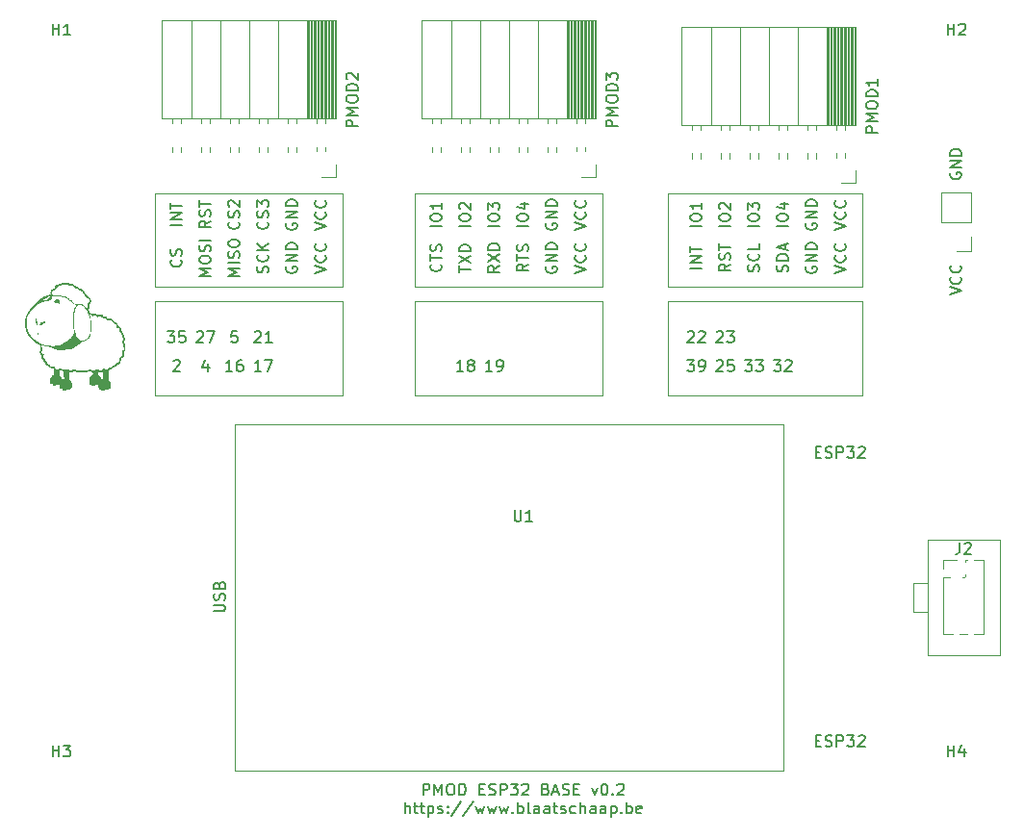
<source format=gbr>
%TF.GenerationSoftware,KiCad,Pcbnew,(6.0.10)*%
%TF.CreationDate,2023-01-05T13:55:28+01:00*%
%TF.ProjectId,pmod_esp32_baseboard,706d6f64-5f65-4737-9033-325f62617365,rev?*%
%TF.SameCoordinates,Original*%
%TF.FileFunction,Legend,Top*%
%TF.FilePolarity,Positive*%
%FSLAX46Y46*%
G04 Gerber Fmt 4.6, Leading zero omitted, Abs format (unit mm)*
G04 Created by KiCad (PCBNEW (6.0.10)) date 2023-01-05 13:55:28*
%MOMM*%
%LPD*%
G01*
G04 APERTURE LIST*
%ADD10C,0.120000*%
%ADD11C,0.150000*%
G04 APERTURE END LIST*
D10*
X81915000Y-33020000D02*
X98425000Y-33020000D01*
X98425000Y-33020000D02*
X98425000Y-41275000D01*
X98425000Y-41275000D02*
X81915000Y-41275000D01*
X81915000Y-41275000D02*
X81915000Y-33020000D01*
X59055000Y-33020000D02*
X75565000Y-33020000D01*
X75565000Y-33020000D02*
X75565000Y-41275000D01*
X75565000Y-41275000D02*
X59055000Y-41275000D01*
X59055000Y-41275000D02*
X59055000Y-33020000D01*
X104140000Y-42545000D02*
X121285000Y-42545000D01*
X121285000Y-42545000D02*
X121285000Y-50800000D01*
X121285000Y-50800000D02*
X104140000Y-50800000D01*
X104140000Y-50800000D02*
X104140000Y-42545000D01*
X81915000Y-42545000D02*
X98425000Y-42545000D01*
X98425000Y-42545000D02*
X98425000Y-50800000D01*
X98425000Y-50800000D02*
X81915000Y-50800000D01*
X81915000Y-50800000D02*
X81915000Y-42545000D01*
X104140000Y-33020000D02*
X121285000Y-33020000D01*
X121285000Y-33020000D02*
X121285000Y-41275000D01*
X121285000Y-41275000D02*
X104140000Y-41275000D01*
X104140000Y-41275000D02*
X104140000Y-33020000D01*
X127000000Y-63500000D02*
X133350000Y-63500000D01*
X133350000Y-63500000D02*
X133350000Y-73660000D01*
X133350000Y-73660000D02*
X127000000Y-73660000D01*
X127000000Y-73660000D02*
X127000000Y-63500000D01*
X59055000Y-42545000D02*
X75565000Y-42545000D01*
X75565000Y-42545000D02*
X75565000Y-50800000D01*
X75565000Y-50800000D02*
X59055000Y-50800000D01*
X59055000Y-50800000D02*
X59055000Y-42545000D01*
X127000000Y-67310000D02*
X125730000Y-67310000D01*
X125730000Y-67310000D02*
X125730000Y-69850000D01*
X125730000Y-69850000D02*
X127000000Y-69850000D01*
X127000000Y-69850000D02*
X127000000Y-67310000D01*
D11*
X107132380Y-39639761D02*
X106132380Y-39639761D01*
X107132380Y-39163571D02*
X106132380Y-39163571D01*
X107132380Y-38592142D01*
X106132380Y-38592142D01*
X106132380Y-38258809D02*
X106132380Y-37687380D01*
X107132380Y-37973095D02*
X106132380Y-37973095D01*
X129040000Y-31241904D02*
X128992380Y-31337142D01*
X128992380Y-31480000D01*
X129040000Y-31622857D01*
X129135238Y-31718095D01*
X129230476Y-31765714D01*
X129420952Y-31813333D01*
X129563809Y-31813333D01*
X129754285Y-31765714D01*
X129849523Y-31718095D01*
X129944761Y-31622857D01*
X129992380Y-31480000D01*
X129992380Y-31384761D01*
X129944761Y-31241904D01*
X129897142Y-31194285D01*
X129563809Y-31194285D01*
X129563809Y-31384761D01*
X129992380Y-30765714D02*
X128992380Y-30765714D01*
X129992380Y-30194285D01*
X128992380Y-30194285D01*
X129992380Y-29718095D02*
X128992380Y-29718095D01*
X128992380Y-29480000D01*
X129040000Y-29337142D01*
X129135238Y-29241904D01*
X129230476Y-29194285D01*
X129420952Y-29146666D01*
X129563809Y-29146666D01*
X129754285Y-29194285D01*
X129849523Y-29241904D01*
X129944761Y-29337142D01*
X129992380Y-29480000D01*
X129992380Y-29718095D01*
X61412380Y-35829761D02*
X60412380Y-35829761D01*
X61412380Y-35353571D02*
X60412380Y-35353571D01*
X61412380Y-34782142D01*
X60412380Y-34782142D01*
X60412380Y-34448809D02*
X60412380Y-33877380D01*
X61412380Y-34163095D02*
X60412380Y-34163095D01*
X68389523Y-48712380D02*
X67818095Y-48712380D01*
X68103809Y-48712380D02*
X68103809Y-47712380D01*
X68008571Y-47855238D01*
X67913333Y-47950476D01*
X67818095Y-47998095D01*
X68722857Y-47712380D02*
X69389523Y-47712380D01*
X68960952Y-48712380D01*
X70620000Y-35686904D02*
X70572380Y-35782142D01*
X70572380Y-35925000D01*
X70620000Y-36067857D01*
X70715238Y-36163095D01*
X70810476Y-36210714D01*
X71000952Y-36258333D01*
X71143809Y-36258333D01*
X71334285Y-36210714D01*
X71429523Y-36163095D01*
X71524761Y-36067857D01*
X71572380Y-35925000D01*
X71572380Y-35829761D01*
X71524761Y-35686904D01*
X71477142Y-35639285D01*
X71143809Y-35639285D01*
X71143809Y-35829761D01*
X71572380Y-35210714D02*
X70572380Y-35210714D01*
X71572380Y-34639285D01*
X70572380Y-34639285D01*
X71572380Y-34163095D02*
X70572380Y-34163095D01*
X70572380Y-33925000D01*
X70620000Y-33782142D01*
X70715238Y-33686904D01*
X70810476Y-33639285D01*
X71000952Y-33591666D01*
X71143809Y-33591666D01*
X71334285Y-33639285D01*
X71429523Y-33686904D01*
X71524761Y-33782142D01*
X71572380Y-33925000D01*
X71572380Y-34163095D01*
X93480000Y-39496904D02*
X93432380Y-39592142D01*
X93432380Y-39735000D01*
X93480000Y-39877857D01*
X93575238Y-39973095D01*
X93670476Y-40020714D01*
X93860952Y-40068333D01*
X94003809Y-40068333D01*
X94194285Y-40020714D01*
X94289523Y-39973095D01*
X94384761Y-39877857D01*
X94432380Y-39735000D01*
X94432380Y-39639761D01*
X94384761Y-39496904D01*
X94337142Y-39449285D01*
X94003809Y-39449285D01*
X94003809Y-39639761D01*
X94432380Y-39020714D02*
X93432380Y-39020714D01*
X94432380Y-38449285D01*
X93432380Y-38449285D01*
X94432380Y-37973095D02*
X93432380Y-37973095D01*
X93432380Y-37735000D01*
X93480000Y-37592142D01*
X93575238Y-37496904D01*
X93670476Y-37449285D01*
X93860952Y-37401666D01*
X94003809Y-37401666D01*
X94194285Y-37449285D01*
X94289523Y-37496904D01*
X94384761Y-37592142D01*
X94432380Y-37735000D01*
X94432380Y-37973095D01*
X85812380Y-39996904D02*
X85812380Y-39425476D01*
X86812380Y-39711190D02*
X85812380Y-39711190D01*
X85812380Y-39187380D02*
X86812380Y-38520714D01*
X85812380Y-38520714D02*
X86812380Y-39187380D01*
X86812380Y-38139761D02*
X85812380Y-38139761D01*
X85812380Y-37901666D01*
X85860000Y-37758809D01*
X85955238Y-37663571D01*
X86050476Y-37615952D01*
X86240952Y-37568333D01*
X86383809Y-37568333D01*
X86574285Y-37615952D01*
X86669523Y-37663571D01*
X86764761Y-37758809D01*
X86812380Y-37901666D01*
X86812380Y-38139761D01*
X60674285Y-47807619D02*
X60721904Y-47760000D01*
X60817142Y-47712380D01*
X61055238Y-47712380D01*
X61150476Y-47760000D01*
X61198095Y-47807619D01*
X61245714Y-47902857D01*
X61245714Y-47998095D01*
X61198095Y-48140952D01*
X60626666Y-48712380D01*
X61245714Y-48712380D01*
X91892380Y-39282619D02*
X91416190Y-39615952D01*
X91892380Y-39854047D02*
X90892380Y-39854047D01*
X90892380Y-39473095D01*
X90940000Y-39377857D01*
X90987619Y-39330238D01*
X91082857Y-39282619D01*
X91225714Y-39282619D01*
X91320952Y-39330238D01*
X91368571Y-39377857D01*
X91416190Y-39473095D01*
X91416190Y-39854047D01*
X90892380Y-38996904D02*
X90892380Y-38425476D01*
X91892380Y-38711190D02*
X90892380Y-38711190D01*
X91844761Y-38139761D02*
X91892380Y-37996904D01*
X91892380Y-37758809D01*
X91844761Y-37663571D01*
X91797142Y-37615952D01*
X91701904Y-37568333D01*
X91606666Y-37568333D01*
X91511428Y-37615952D01*
X91463809Y-37663571D01*
X91416190Y-37758809D01*
X91368571Y-37949285D01*
X91320952Y-38044523D01*
X91273333Y-38092142D01*
X91178095Y-38139761D01*
X91082857Y-38139761D01*
X90987619Y-38092142D01*
X90940000Y-38044523D01*
X90892380Y-37949285D01*
X90892380Y-37711190D01*
X90940000Y-37568333D01*
X118832380Y-40068333D02*
X119832380Y-39735000D01*
X118832380Y-39401666D01*
X119737142Y-38496904D02*
X119784761Y-38544523D01*
X119832380Y-38687380D01*
X119832380Y-38782619D01*
X119784761Y-38925476D01*
X119689523Y-39020714D01*
X119594285Y-39068333D01*
X119403809Y-39115952D01*
X119260952Y-39115952D01*
X119070476Y-39068333D01*
X118975238Y-39020714D01*
X118880000Y-38925476D01*
X118832380Y-38782619D01*
X118832380Y-38687380D01*
X118880000Y-38544523D01*
X118927619Y-38496904D01*
X119737142Y-37496904D02*
X119784761Y-37544523D01*
X119832380Y-37687380D01*
X119832380Y-37782619D01*
X119784761Y-37925476D01*
X119689523Y-38020714D01*
X119594285Y-38068333D01*
X119403809Y-38115952D01*
X119260952Y-38115952D01*
X119070476Y-38068333D01*
X118975238Y-38020714D01*
X118880000Y-37925476D01*
X118832380Y-37782619D01*
X118832380Y-37687380D01*
X118880000Y-37544523D01*
X118927619Y-37496904D01*
X107132380Y-35925000D02*
X106132380Y-35925000D01*
X106132380Y-35258333D02*
X106132380Y-35067857D01*
X106180000Y-34972619D01*
X106275238Y-34877380D01*
X106465714Y-34829761D01*
X106799047Y-34829761D01*
X106989523Y-34877380D01*
X107084761Y-34972619D01*
X107132380Y-35067857D01*
X107132380Y-35258333D01*
X107084761Y-35353571D01*
X106989523Y-35448809D01*
X106799047Y-35496428D01*
X106465714Y-35496428D01*
X106275238Y-35448809D01*
X106180000Y-35353571D01*
X106132380Y-35258333D01*
X107132380Y-33877380D02*
X107132380Y-34448809D01*
X107132380Y-34163095D02*
X106132380Y-34163095D01*
X106275238Y-34258333D01*
X106370476Y-34353571D01*
X106418095Y-34448809D01*
X82630476Y-86007380D02*
X82630476Y-85007380D01*
X83011428Y-85007380D01*
X83106666Y-85055000D01*
X83154285Y-85102619D01*
X83201904Y-85197857D01*
X83201904Y-85340714D01*
X83154285Y-85435952D01*
X83106666Y-85483571D01*
X83011428Y-85531190D01*
X82630476Y-85531190D01*
X83630476Y-86007380D02*
X83630476Y-85007380D01*
X83963809Y-85721666D01*
X84297142Y-85007380D01*
X84297142Y-86007380D01*
X84963809Y-85007380D02*
X85154285Y-85007380D01*
X85249523Y-85055000D01*
X85344761Y-85150238D01*
X85392380Y-85340714D01*
X85392380Y-85674047D01*
X85344761Y-85864523D01*
X85249523Y-85959761D01*
X85154285Y-86007380D01*
X84963809Y-86007380D01*
X84868571Y-85959761D01*
X84773333Y-85864523D01*
X84725714Y-85674047D01*
X84725714Y-85340714D01*
X84773333Y-85150238D01*
X84868571Y-85055000D01*
X84963809Y-85007380D01*
X85820952Y-86007380D02*
X85820952Y-85007380D01*
X86059047Y-85007380D01*
X86201904Y-85055000D01*
X86297142Y-85150238D01*
X86344761Y-85245476D01*
X86392380Y-85435952D01*
X86392380Y-85578809D01*
X86344761Y-85769285D01*
X86297142Y-85864523D01*
X86201904Y-85959761D01*
X86059047Y-86007380D01*
X85820952Y-86007380D01*
X87582857Y-85483571D02*
X87916190Y-85483571D01*
X88059047Y-86007380D02*
X87582857Y-86007380D01*
X87582857Y-85007380D01*
X88059047Y-85007380D01*
X88440000Y-85959761D02*
X88582857Y-86007380D01*
X88820952Y-86007380D01*
X88916190Y-85959761D01*
X88963809Y-85912142D01*
X89011428Y-85816904D01*
X89011428Y-85721666D01*
X88963809Y-85626428D01*
X88916190Y-85578809D01*
X88820952Y-85531190D01*
X88630476Y-85483571D01*
X88535238Y-85435952D01*
X88487619Y-85388333D01*
X88440000Y-85293095D01*
X88440000Y-85197857D01*
X88487619Y-85102619D01*
X88535238Y-85055000D01*
X88630476Y-85007380D01*
X88868571Y-85007380D01*
X89011428Y-85055000D01*
X89440000Y-86007380D02*
X89440000Y-85007380D01*
X89820952Y-85007380D01*
X89916190Y-85055000D01*
X89963809Y-85102619D01*
X90011428Y-85197857D01*
X90011428Y-85340714D01*
X89963809Y-85435952D01*
X89916190Y-85483571D01*
X89820952Y-85531190D01*
X89440000Y-85531190D01*
X90344761Y-85007380D02*
X90963809Y-85007380D01*
X90630476Y-85388333D01*
X90773333Y-85388333D01*
X90868571Y-85435952D01*
X90916190Y-85483571D01*
X90963809Y-85578809D01*
X90963809Y-85816904D01*
X90916190Y-85912142D01*
X90868571Y-85959761D01*
X90773333Y-86007380D01*
X90487619Y-86007380D01*
X90392380Y-85959761D01*
X90344761Y-85912142D01*
X91344761Y-85102619D02*
X91392380Y-85055000D01*
X91487619Y-85007380D01*
X91725714Y-85007380D01*
X91820952Y-85055000D01*
X91868571Y-85102619D01*
X91916190Y-85197857D01*
X91916190Y-85293095D01*
X91868571Y-85435952D01*
X91297142Y-86007380D01*
X91916190Y-86007380D01*
X93440000Y-85483571D02*
X93582857Y-85531190D01*
X93630476Y-85578809D01*
X93678095Y-85674047D01*
X93678095Y-85816904D01*
X93630476Y-85912142D01*
X93582857Y-85959761D01*
X93487619Y-86007380D01*
X93106666Y-86007380D01*
X93106666Y-85007380D01*
X93440000Y-85007380D01*
X93535238Y-85055000D01*
X93582857Y-85102619D01*
X93630476Y-85197857D01*
X93630476Y-85293095D01*
X93582857Y-85388333D01*
X93535238Y-85435952D01*
X93440000Y-85483571D01*
X93106666Y-85483571D01*
X94059047Y-85721666D02*
X94535238Y-85721666D01*
X93963809Y-86007380D02*
X94297142Y-85007380D01*
X94630476Y-86007380D01*
X94916190Y-85959761D02*
X95059047Y-86007380D01*
X95297142Y-86007380D01*
X95392380Y-85959761D01*
X95440000Y-85912142D01*
X95487619Y-85816904D01*
X95487619Y-85721666D01*
X95440000Y-85626428D01*
X95392380Y-85578809D01*
X95297142Y-85531190D01*
X95106666Y-85483571D01*
X95011428Y-85435952D01*
X94963809Y-85388333D01*
X94916190Y-85293095D01*
X94916190Y-85197857D01*
X94963809Y-85102619D01*
X95011428Y-85055000D01*
X95106666Y-85007380D01*
X95344761Y-85007380D01*
X95487619Y-85055000D01*
X95916190Y-85483571D02*
X96249523Y-85483571D01*
X96392380Y-86007380D02*
X95916190Y-86007380D01*
X95916190Y-85007380D01*
X96392380Y-85007380D01*
X97487619Y-85340714D02*
X97725714Y-86007380D01*
X97963809Y-85340714D01*
X98535238Y-85007380D02*
X98630476Y-85007380D01*
X98725714Y-85055000D01*
X98773333Y-85102619D01*
X98820952Y-85197857D01*
X98868571Y-85388333D01*
X98868571Y-85626428D01*
X98820952Y-85816904D01*
X98773333Y-85912142D01*
X98725714Y-85959761D01*
X98630476Y-86007380D01*
X98535238Y-86007380D01*
X98440000Y-85959761D01*
X98392380Y-85912142D01*
X98344761Y-85816904D01*
X98297142Y-85626428D01*
X98297142Y-85388333D01*
X98344761Y-85197857D01*
X98392380Y-85102619D01*
X98440000Y-85055000D01*
X98535238Y-85007380D01*
X99297142Y-85912142D02*
X99344761Y-85959761D01*
X99297142Y-86007380D01*
X99249523Y-85959761D01*
X99297142Y-85912142D01*
X99297142Y-86007380D01*
X99725714Y-85102619D02*
X99773333Y-85055000D01*
X99868571Y-85007380D01*
X100106666Y-85007380D01*
X100201904Y-85055000D01*
X100249523Y-85102619D01*
X100297142Y-85197857D01*
X100297142Y-85293095D01*
X100249523Y-85435952D01*
X99678095Y-86007380D01*
X100297142Y-86007380D01*
X81035238Y-87617380D02*
X81035238Y-86617380D01*
X81463809Y-87617380D02*
X81463809Y-87093571D01*
X81416190Y-86998333D01*
X81320952Y-86950714D01*
X81178095Y-86950714D01*
X81082857Y-86998333D01*
X81035238Y-87045952D01*
X81797142Y-86950714D02*
X82178095Y-86950714D01*
X81940000Y-86617380D02*
X81940000Y-87474523D01*
X81987619Y-87569761D01*
X82082857Y-87617380D01*
X82178095Y-87617380D01*
X82368571Y-86950714D02*
X82749523Y-86950714D01*
X82511428Y-86617380D02*
X82511428Y-87474523D01*
X82559047Y-87569761D01*
X82654285Y-87617380D01*
X82749523Y-87617380D01*
X83082857Y-86950714D02*
X83082857Y-87950714D01*
X83082857Y-86998333D02*
X83178095Y-86950714D01*
X83368571Y-86950714D01*
X83463809Y-86998333D01*
X83511428Y-87045952D01*
X83559047Y-87141190D01*
X83559047Y-87426904D01*
X83511428Y-87522142D01*
X83463809Y-87569761D01*
X83368571Y-87617380D01*
X83178095Y-87617380D01*
X83082857Y-87569761D01*
X83940000Y-87569761D02*
X84035238Y-87617380D01*
X84225714Y-87617380D01*
X84320952Y-87569761D01*
X84368571Y-87474523D01*
X84368571Y-87426904D01*
X84320952Y-87331666D01*
X84225714Y-87284047D01*
X84082857Y-87284047D01*
X83987619Y-87236428D01*
X83940000Y-87141190D01*
X83940000Y-87093571D01*
X83987619Y-86998333D01*
X84082857Y-86950714D01*
X84225714Y-86950714D01*
X84320952Y-86998333D01*
X84797142Y-87522142D02*
X84844761Y-87569761D01*
X84797142Y-87617380D01*
X84749523Y-87569761D01*
X84797142Y-87522142D01*
X84797142Y-87617380D01*
X84797142Y-86998333D02*
X84844761Y-87045952D01*
X84797142Y-87093571D01*
X84749523Y-87045952D01*
X84797142Y-86998333D01*
X84797142Y-87093571D01*
X85987619Y-86569761D02*
X85130476Y-87855476D01*
X87035238Y-86569761D02*
X86178095Y-87855476D01*
X87273333Y-86950714D02*
X87463809Y-87617380D01*
X87654285Y-87141190D01*
X87844761Y-87617380D01*
X88035238Y-86950714D01*
X88320952Y-86950714D02*
X88511428Y-87617380D01*
X88701904Y-87141190D01*
X88892380Y-87617380D01*
X89082857Y-86950714D01*
X89368571Y-86950714D02*
X89559047Y-87617380D01*
X89749523Y-87141190D01*
X89940000Y-87617380D01*
X90130476Y-86950714D01*
X90511428Y-87522142D02*
X90559047Y-87569761D01*
X90511428Y-87617380D01*
X90463809Y-87569761D01*
X90511428Y-87522142D01*
X90511428Y-87617380D01*
X90987619Y-87617380D02*
X90987619Y-86617380D01*
X90987619Y-86998333D02*
X91082857Y-86950714D01*
X91273333Y-86950714D01*
X91368571Y-86998333D01*
X91416190Y-87045952D01*
X91463809Y-87141190D01*
X91463809Y-87426904D01*
X91416190Y-87522142D01*
X91368571Y-87569761D01*
X91273333Y-87617380D01*
X91082857Y-87617380D01*
X90987619Y-87569761D01*
X92035238Y-87617380D02*
X91940000Y-87569761D01*
X91892380Y-87474523D01*
X91892380Y-86617380D01*
X92844761Y-87617380D02*
X92844761Y-87093571D01*
X92797142Y-86998333D01*
X92701904Y-86950714D01*
X92511428Y-86950714D01*
X92416190Y-86998333D01*
X92844761Y-87569761D02*
X92749523Y-87617380D01*
X92511428Y-87617380D01*
X92416190Y-87569761D01*
X92368571Y-87474523D01*
X92368571Y-87379285D01*
X92416190Y-87284047D01*
X92511428Y-87236428D01*
X92749523Y-87236428D01*
X92844761Y-87188809D01*
X93749523Y-87617380D02*
X93749523Y-87093571D01*
X93701904Y-86998333D01*
X93606666Y-86950714D01*
X93416190Y-86950714D01*
X93320952Y-86998333D01*
X93749523Y-87569761D02*
X93654285Y-87617380D01*
X93416190Y-87617380D01*
X93320952Y-87569761D01*
X93273333Y-87474523D01*
X93273333Y-87379285D01*
X93320952Y-87284047D01*
X93416190Y-87236428D01*
X93654285Y-87236428D01*
X93749523Y-87188809D01*
X94082857Y-86950714D02*
X94463809Y-86950714D01*
X94225714Y-86617380D02*
X94225714Y-87474523D01*
X94273333Y-87569761D01*
X94368571Y-87617380D01*
X94463809Y-87617380D01*
X94749523Y-87569761D02*
X94844761Y-87617380D01*
X95035238Y-87617380D01*
X95130476Y-87569761D01*
X95178095Y-87474523D01*
X95178095Y-87426904D01*
X95130476Y-87331666D01*
X95035238Y-87284047D01*
X94892380Y-87284047D01*
X94797142Y-87236428D01*
X94749523Y-87141190D01*
X94749523Y-87093571D01*
X94797142Y-86998333D01*
X94892380Y-86950714D01*
X95035238Y-86950714D01*
X95130476Y-86998333D01*
X96035238Y-87569761D02*
X95940000Y-87617380D01*
X95749523Y-87617380D01*
X95654285Y-87569761D01*
X95606666Y-87522142D01*
X95559047Y-87426904D01*
X95559047Y-87141190D01*
X95606666Y-87045952D01*
X95654285Y-86998333D01*
X95749523Y-86950714D01*
X95940000Y-86950714D01*
X96035238Y-86998333D01*
X96463809Y-87617380D02*
X96463809Y-86617380D01*
X96892380Y-87617380D02*
X96892380Y-87093571D01*
X96844761Y-86998333D01*
X96749523Y-86950714D01*
X96606666Y-86950714D01*
X96511428Y-86998333D01*
X96463809Y-87045952D01*
X97797142Y-87617380D02*
X97797142Y-87093571D01*
X97749523Y-86998333D01*
X97654285Y-86950714D01*
X97463809Y-86950714D01*
X97368571Y-86998333D01*
X97797142Y-87569761D02*
X97701904Y-87617380D01*
X97463809Y-87617380D01*
X97368571Y-87569761D01*
X97320952Y-87474523D01*
X97320952Y-87379285D01*
X97368571Y-87284047D01*
X97463809Y-87236428D01*
X97701904Y-87236428D01*
X97797142Y-87188809D01*
X98701904Y-87617380D02*
X98701904Y-87093571D01*
X98654285Y-86998333D01*
X98559047Y-86950714D01*
X98368571Y-86950714D01*
X98273333Y-86998333D01*
X98701904Y-87569761D02*
X98606666Y-87617380D01*
X98368571Y-87617380D01*
X98273333Y-87569761D01*
X98225714Y-87474523D01*
X98225714Y-87379285D01*
X98273333Y-87284047D01*
X98368571Y-87236428D01*
X98606666Y-87236428D01*
X98701904Y-87188809D01*
X99178095Y-86950714D02*
X99178095Y-87950714D01*
X99178095Y-86998333D02*
X99273333Y-86950714D01*
X99463809Y-86950714D01*
X99559047Y-86998333D01*
X99606666Y-87045952D01*
X99654285Y-87141190D01*
X99654285Y-87426904D01*
X99606666Y-87522142D01*
X99559047Y-87569761D01*
X99463809Y-87617380D01*
X99273333Y-87617380D01*
X99178095Y-87569761D01*
X100082857Y-87522142D02*
X100130476Y-87569761D01*
X100082857Y-87617380D01*
X100035238Y-87569761D01*
X100082857Y-87522142D01*
X100082857Y-87617380D01*
X100559047Y-87617380D02*
X100559047Y-86617380D01*
X100559047Y-86998333D02*
X100654285Y-86950714D01*
X100844761Y-86950714D01*
X100940000Y-86998333D01*
X100987619Y-87045952D01*
X101035238Y-87141190D01*
X101035238Y-87426904D01*
X100987619Y-87522142D01*
X100940000Y-87569761D01*
X100844761Y-87617380D01*
X100654285Y-87617380D01*
X100559047Y-87569761D01*
X101844761Y-87569761D02*
X101749523Y-87617380D01*
X101559047Y-87617380D01*
X101463809Y-87569761D01*
X101416190Y-87474523D01*
X101416190Y-87093571D01*
X101463809Y-86998333D01*
X101559047Y-86950714D01*
X101749523Y-86950714D01*
X101844761Y-86998333D01*
X101892380Y-87093571D01*
X101892380Y-87188809D01*
X101416190Y-87284047D01*
X84177142Y-39282619D02*
X84224761Y-39330238D01*
X84272380Y-39473095D01*
X84272380Y-39568333D01*
X84224761Y-39711190D01*
X84129523Y-39806428D01*
X84034285Y-39854047D01*
X83843809Y-39901666D01*
X83700952Y-39901666D01*
X83510476Y-39854047D01*
X83415238Y-39806428D01*
X83320000Y-39711190D01*
X83272380Y-39568333D01*
X83272380Y-39473095D01*
X83320000Y-39330238D01*
X83367619Y-39282619D01*
X83272380Y-38996904D02*
X83272380Y-38425476D01*
X84272380Y-38711190D02*
X83272380Y-38711190D01*
X84224761Y-38139761D02*
X84272380Y-37996904D01*
X84272380Y-37758809D01*
X84224761Y-37663571D01*
X84177142Y-37615952D01*
X84081904Y-37568333D01*
X83986666Y-37568333D01*
X83891428Y-37615952D01*
X83843809Y-37663571D01*
X83796190Y-37758809D01*
X83748571Y-37949285D01*
X83700952Y-38044523D01*
X83653333Y-38092142D01*
X83558095Y-38139761D01*
X83462857Y-38139761D01*
X83367619Y-38092142D01*
X83320000Y-38044523D01*
X83272380Y-37949285D01*
X83272380Y-37711190D01*
X83320000Y-37568333D01*
X84272380Y-35925000D02*
X83272380Y-35925000D01*
X83272380Y-35258333D02*
X83272380Y-35067857D01*
X83320000Y-34972619D01*
X83415238Y-34877380D01*
X83605714Y-34829761D01*
X83939047Y-34829761D01*
X84129523Y-34877380D01*
X84224761Y-34972619D01*
X84272380Y-35067857D01*
X84272380Y-35258333D01*
X84224761Y-35353571D01*
X84129523Y-35448809D01*
X83939047Y-35496428D01*
X83605714Y-35496428D01*
X83415238Y-35448809D01*
X83320000Y-35353571D01*
X83272380Y-35258333D01*
X84272380Y-33877380D02*
X84272380Y-34448809D01*
X84272380Y-34163095D02*
X83272380Y-34163095D01*
X83415238Y-34258333D01*
X83510476Y-34353571D01*
X83558095Y-34448809D01*
X61317142Y-38901666D02*
X61364761Y-38949285D01*
X61412380Y-39092142D01*
X61412380Y-39187380D01*
X61364761Y-39330238D01*
X61269523Y-39425476D01*
X61174285Y-39473095D01*
X60983809Y-39520714D01*
X60840952Y-39520714D01*
X60650476Y-39473095D01*
X60555238Y-39425476D01*
X60460000Y-39330238D01*
X60412380Y-39187380D01*
X60412380Y-39092142D01*
X60460000Y-38949285D01*
X60507619Y-38901666D01*
X61364761Y-38520714D02*
X61412380Y-38377857D01*
X61412380Y-38139761D01*
X61364761Y-38044523D01*
X61317142Y-37996904D01*
X61221904Y-37949285D01*
X61126666Y-37949285D01*
X61031428Y-37996904D01*
X60983809Y-38044523D01*
X60936190Y-38139761D01*
X60888571Y-38330238D01*
X60840952Y-38425476D01*
X60793333Y-38473095D01*
X60698095Y-38520714D01*
X60602857Y-38520714D01*
X60507619Y-38473095D01*
X60460000Y-38425476D01*
X60412380Y-38330238D01*
X60412380Y-38092142D01*
X60460000Y-37949285D01*
X86169523Y-48712380D02*
X85598095Y-48712380D01*
X85883809Y-48712380D02*
X85883809Y-47712380D01*
X85788571Y-47855238D01*
X85693333Y-47950476D01*
X85598095Y-47998095D01*
X86740952Y-48140952D02*
X86645714Y-48093333D01*
X86598095Y-48045714D01*
X86550476Y-47950476D01*
X86550476Y-47902857D01*
X86598095Y-47807619D01*
X86645714Y-47760000D01*
X86740952Y-47712380D01*
X86931428Y-47712380D01*
X87026666Y-47760000D01*
X87074285Y-47807619D01*
X87121904Y-47902857D01*
X87121904Y-47950476D01*
X87074285Y-48045714D01*
X87026666Y-48093333D01*
X86931428Y-48140952D01*
X86740952Y-48140952D01*
X86645714Y-48188571D01*
X86598095Y-48236190D01*
X86550476Y-48331428D01*
X86550476Y-48521904D01*
X86598095Y-48617142D01*
X86645714Y-48664761D01*
X86740952Y-48712380D01*
X86931428Y-48712380D01*
X87026666Y-48664761D01*
X87074285Y-48617142D01*
X87121904Y-48521904D01*
X87121904Y-48331428D01*
X87074285Y-48236190D01*
X87026666Y-48188571D01*
X86931428Y-48140952D01*
X66492380Y-40306428D02*
X65492380Y-40306428D01*
X66206666Y-39973095D01*
X65492380Y-39639761D01*
X66492380Y-39639761D01*
X66492380Y-39163571D02*
X65492380Y-39163571D01*
X66444761Y-38735000D02*
X66492380Y-38592142D01*
X66492380Y-38354047D01*
X66444761Y-38258809D01*
X66397142Y-38211190D01*
X66301904Y-38163571D01*
X66206666Y-38163571D01*
X66111428Y-38211190D01*
X66063809Y-38258809D01*
X66016190Y-38354047D01*
X65968571Y-38544523D01*
X65920952Y-38639761D01*
X65873333Y-38687380D01*
X65778095Y-38735000D01*
X65682857Y-38735000D01*
X65587619Y-38687380D01*
X65540000Y-38639761D01*
X65492380Y-38544523D01*
X65492380Y-38306428D01*
X65540000Y-38163571D01*
X65492380Y-37544523D02*
X65492380Y-37354047D01*
X65540000Y-37258809D01*
X65635238Y-37163571D01*
X65825714Y-37115952D01*
X66159047Y-37115952D01*
X66349523Y-37163571D01*
X66444761Y-37258809D01*
X66492380Y-37354047D01*
X66492380Y-37544523D01*
X66444761Y-37639761D01*
X66349523Y-37735000D01*
X66159047Y-37782619D01*
X65825714Y-37782619D01*
X65635238Y-37735000D01*
X65540000Y-37639761D01*
X65492380Y-37544523D01*
X68984761Y-40020714D02*
X69032380Y-39877857D01*
X69032380Y-39639761D01*
X68984761Y-39544523D01*
X68937142Y-39496904D01*
X68841904Y-39449285D01*
X68746666Y-39449285D01*
X68651428Y-39496904D01*
X68603809Y-39544523D01*
X68556190Y-39639761D01*
X68508571Y-39830238D01*
X68460952Y-39925476D01*
X68413333Y-39973095D01*
X68318095Y-40020714D01*
X68222857Y-40020714D01*
X68127619Y-39973095D01*
X68080000Y-39925476D01*
X68032380Y-39830238D01*
X68032380Y-39592142D01*
X68080000Y-39449285D01*
X68937142Y-38449285D02*
X68984761Y-38496904D01*
X69032380Y-38639761D01*
X69032380Y-38735000D01*
X68984761Y-38877857D01*
X68889523Y-38973095D01*
X68794285Y-39020714D01*
X68603809Y-39068333D01*
X68460952Y-39068333D01*
X68270476Y-39020714D01*
X68175238Y-38973095D01*
X68080000Y-38877857D01*
X68032380Y-38735000D01*
X68032380Y-38639761D01*
X68080000Y-38496904D01*
X68127619Y-38449285D01*
X69032380Y-38020714D02*
X68032380Y-38020714D01*
X69032380Y-37449285D02*
X68460952Y-37877857D01*
X68032380Y-37449285D02*
X68603809Y-38020714D01*
X70620000Y-39496904D02*
X70572380Y-39592142D01*
X70572380Y-39735000D01*
X70620000Y-39877857D01*
X70715238Y-39973095D01*
X70810476Y-40020714D01*
X71000952Y-40068333D01*
X71143809Y-40068333D01*
X71334285Y-40020714D01*
X71429523Y-39973095D01*
X71524761Y-39877857D01*
X71572380Y-39735000D01*
X71572380Y-39639761D01*
X71524761Y-39496904D01*
X71477142Y-39449285D01*
X71143809Y-39449285D01*
X71143809Y-39639761D01*
X71572380Y-39020714D02*
X70572380Y-39020714D01*
X71572380Y-38449285D01*
X70572380Y-38449285D01*
X71572380Y-37973095D02*
X70572380Y-37973095D01*
X70572380Y-37735000D01*
X70620000Y-37592142D01*
X70715238Y-37496904D01*
X70810476Y-37449285D01*
X71000952Y-37401666D01*
X71143809Y-37401666D01*
X71334285Y-37449285D01*
X71429523Y-37496904D01*
X71524761Y-37592142D01*
X71572380Y-37735000D01*
X71572380Y-37973095D01*
X108458095Y-45267619D02*
X108505714Y-45220000D01*
X108600952Y-45172380D01*
X108839047Y-45172380D01*
X108934285Y-45220000D01*
X108981904Y-45267619D01*
X109029523Y-45362857D01*
X109029523Y-45458095D01*
X108981904Y-45600952D01*
X108410476Y-46172380D01*
X109029523Y-46172380D01*
X109362857Y-45172380D02*
X109981904Y-45172380D01*
X109648571Y-45553333D01*
X109791428Y-45553333D01*
X109886666Y-45600952D01*
X109934285Y-45648571D01*
X109981904Y-45743809D01*
X109981904Y-45981904D01*
X109934285Y-46077142D01*
X109886666Y-46124761D01*
X109791428Y-46172380D01*
X109505714Y-46172380D01*
X109410476Y-46124761D01*
X109362857Y-46077142D01*
X128992380Y-41973333D02*
X129992380Y-41640000D01*
X128992380Y-41306666D01*
X129897142Y-40401904D02*
X129944761Y-40449523D01*
X129992380Y-40592380D01*
X129992380Y-40687619D01*
X129944761Y-40830476D01*
X129849523Y-40925714D01*
X129754285Y-40973333D01*
X129563809Y-41020952D01*
X129420952Y-41020952D01*
X129230476Y-40973333D01*
X129135238Y-40925714D01*
X129040000Y-40830476D01*
X128992380Y-40687619D01*
X128992380Y-40592380D01*
X129040000Y-40449523D01*
X129087619Y-40401904D01*
X129897142Y-39401904D02*
X129944761Y-39449523D01*
X129992380Y-39592380D01*
X129992380Y-39687619D01*
X129944761Y-39830476D01*
X129849523Y-39925714D01*
X129754285Y-39973333D01*
X129563809Y-40020952D01*
X129420952Y-40020952D01*
X129230476Y-39973333D01*
X129135238Y-39925714D01*
X129040000Y-39830476D01*
X128992380Y-39687619D01*
X128992380Y-39592380D01*
X129040000Y-39449523D01*
X129087619Y-39401904D01*
X65849523Y-48712380D02*
X65278095Y-48712380D01*
X65563809Y-48712380D02*
X65563809Y-47712380D01*
X65468571Y-47855238D01*
X65373333Y-47950476D01*
X65278095Y-47998095D01*
X66706666Y-47712380D02*
X66516190Y-47712380D01*
X66420952Y-47760000D01*
X66373333Y-47807619D01*
X66278095Y-47950476D01*
X66230476Y-48140952D01*
X66230476Y-48521904D01*
X66278095Y-48617142D01*
X66325714Y-48664761D01*
X66420952Y-48712380D01*
X66611428Y-48712380D01*
X66706666Y-48664761D01*
X66754285Y-48617142D01*
X66801904Y-48521904D01*
X66801904Y-48283809D01*
X66754285Y-48188571D01*
X66706666Y-48140952D01*
X66611428Y-48093333D01*
X66420952Y-48093333D01*
X66325714Y-48140952D01*
X66278095Y-48188571D01*
X66230476Y-48283809D01*
X110950476Y-47712380D02*
X111569523Y-47712380D01*
X111236190Y-48093333D01*
X111379047Y-48093333D01*
X111474285Y-48140952D01*
X111521904Y-48188571D01*
X111569523Y-48283809D01*
X111569523Y-48521904D01*
X111521904Y-48617142D01*
X111474285Y-48664761D01*
X111379047Y-48712380D01*
X111093333Y-48712380D01*
X110998095Y-48664761D01*
X110950476Y-48617142D01*
X111902857Y-47712380D02*
X112521904Y-47712380D01*
X112188571Y-48093333D01*
X112331428Y-48093333D01*
X112426666Y-48140952D01*
X112474285Y-48188571D01*
X112521904Y-48283809D01*
X112521904Y-48521904D01*
X112474285Y-48617142D01*
X112426666Y-48664761D01*
X112331428Y-48712380D01*
X112045714Y-48712380D01*
X111950476Y-48664761D01*
X111902857Y-48617142D01*
X116340000Y-39496904D02*
X116292380Y-39592142D01*
X116292380Y-39735000D01*
X116340000Y-39877857D01*
X116435238Y-39973095D01*
X116530476Y-40020714D01*
X116720952Y-40068333D01*
X116863809Y-40068333D01*
X117054285Y-40020714D01*
X117149523Y-39973095D01*
X117244761Y-39877857D01*
X117292380Y-39735000D01*
X117292380Y-39639761D01*
X117244761Y-39496904D01*
X117197142Y-39449285D01*
X116863809Y-39449285D01*
X116863809Y-39639761D01*
X117292380Y-39020714D02*
X116292380Y-39020714D01*
X117292380Y-38449285D01*
X116292380Y-38449285D01*
X117292380Y-37973095D02*
X116292380Y-37973095D01*
X116292380Y-37735000D01*
X116340000Y-37592142D01*
X116435238Y-37496904D01*
X116530476Y-37449285D01*
X116720952Y-37401666D01*
X116863809Y-37401666D01*
X117054285Y-37449285D01*
X117149523Y-37496904D01*
X117244761Y-37592142D01*
X117292380Y-37735000D01*
X117292380Y-37973095D01*
X73112380Y-40068333D02*
X74112380Y-39735000D01*
X73112380Y-39401666D01*
X74017142Y-38496904D02*
X74064761Y-38544523D01*
X74112380Y-38687380D01*
X74112380Y-38782619D01*
X74064761Y-38925476D01*
X73969523Y-39020714D01*
X73874285Y-39068333D01*
X73683809Y-39115952D01*
X73540952Y-39115952D01*
X73350476Y-39068333D01*
X73255238Y-39020714D01*
X73160000Y-38925476D01*
X73112380Y-38782619D01*
X73112380Y-38687380D01*
X73160000Y-38544523D01*
X73207619Y-38496904D01*
X74017142Y-37496904D02*
X74064761Y-37544523D01*
X74112380Y-37687380D01*
X74112380Y-37782619D01*
X74064761Y-37925476D01*
X73969523Y-38020714D01*
X73874285Y-38068333D01*
X73683809Y-38115952D01*
X73540952Y-38115952D01*
X73350476Y-38068333D01*
X73255238Y-38020714D01*
X73160000Y-37925476D01*
X73112380Y-37782619D01*
X73112380Y-37687380D01*
X73160000Y-37544523D01*
X73207619Y-37496904D01*
X116340000Y-35686904D02*
X116292380Y-35782142D01*
X116292380Y-35925000D01*
X116340000Y-36067857D01*
X116435238Y-36163095D01*
X116530476Y-36210714D01*
X116720952Y-36258333D01*
X116863809Y-36258333D01*
X117054285Y-36210714D01*
X117149523Y-36163095D01*
X117244761Y-36067857D01*
X117292380Y-35925000D01*
X117292380Y-35829761D01*
X117244761Y-35686904D01*
X117197142Y-35639285D01*
X116863809Y-35639285D01*
X116863809Y-35829761D01*
X117292380Y-35210714D02*
X116292380Y-35210714D01*
X117292380Y-34639285D01*
X116292380Y-34639285D01*
X117292380Y-34163095D02*
X116292380Y-34163095D01*
X116292380Y-33925000D01*
X116340000Y-33782142D01*
X116435238Y-33686904D01*
X116530476Y-33639285D01*
X116720952Y-33591666D01*
X116863809Y-33591666D01*
X117054285Y-33639285D01*
X117149523Y-33686904D01*
X117244761Y-33782142D01*
X117292380Y-33925000D01*
X117292380Y-34163095D01*
X63952380Y-40306428D02*
X62952380Y-40306428D01*
X63666666Y-39973095D01*
X62952380Y-39639761D01*
X63952380Y-39639761D01*
X62952380Y-38973095D02*
X62952380Y-38782619D01*
X63000000Y-38687380D01*
X63095238Y-38592142D01*
X63285714Y-38544523D01*
X63619047Y-38544523D01*
X63809523Y-38592142D01*
X63904761Y-38687380D01*
X63952380Y-38782619D01*
X63952380Y-38973095D01*
X63904761Y-39068333D01*
X63809523Y-39163571D01*
X63619047Y-39211190D01*
X63285714Y-39211190D01*
X63095238Y-39163571D01*
X63000000Y-39068333D01*
X62952380Y-38973095D01*
X63904761Y-38163571D02*
X63952380Y-38020714D01*
X63952380Y-37782619D01*
X63904761Y-37687380D01*
X63857142Y-37639761D01*
X63761904Y-37592142D01*
X63666666Y-37592142D01*
X63571428Y-37639761D01*
X63523809Y-37687380D01*
X63476190Y-37782619D01*
X63428571Y-37973095D01*
X63380952Y-38068333D01*
X63333333Y-38115952D01*
X63238095Y-38163571D01*
X63142857Y-38163571D01*
X63047619Y-38115952D01*
X63000000Y-38068333D01*
X62952380Y-37973095D01*
X62952380Y-37735000D01*
X63000000Y-37592142D01*
X63952380Y-37163571D02*
X62952380Y-37163571D01*
X91892380Y-35925000D02*
X90892380Y-35925000D01*
X90892380Y-35258333D02*
X90892380Y-35067857D01*
X90940000Y-34972619D01*
X91035238Y-34877380D01*
X91225714Y-34829761D01*
X91559047Y-34829761D01*
X91749523Y-34877380D01*
X91844761Y-34972619D01*
X91892380Y-35067857D01*
X91892380Y-35258333D01*
X91844761Y-35353571D01*
X91749523Y-35448809D01*
X91559047Y-35496428D01*
X91225714Y-35496428D01*
X91035238Y-35448809D01*
X90940000Y-35353571D01*
X90892380Y-35258333D01*
X91225714Y-33972619D02*
X91892380Y-33972619D01*
X90844761Y-34210714D02*
X91559047Y-34448809D01*
X91559047Y-33829761D01*
X89352380Y-35925000D02*
X88352380Y-35925000D01*
X88352380Y-35258333D02*
X88352380Y-35067857D01*
X88400000Y-34972619D01*
X88495238Y-34877380D01*
X88685714Y-34829761D01*
X89019047Y-34829761D01*
X89209523Y-34877380D01*
X89304761Y-34972619D01*
X89352380Y-35067857D01*
X89352380Y-35258333D01*
X89304761Y-35353571D01*
X89209523Y-35448809D01*
X89019047Y-35496428D01*
X88685714Y-35496428D01*
X88495238Y-35448809D01*
X88400000Y-35353571D01*
X88352380Y-35258333D01*
X88352380Y-34496428D02*
X88352380Y-33877380D01*
X88733333Y-34210714D01*
X88733333Y-34067857D01*
X88780952Y-33972619D01*
X88828571Y-33925000D01*
X88923809Y-33877380D01*
X89161904Y-33877380D01*
X89257142Y-33925000D01*
X89304761Y-33972619D01*
X89352380Y-34067857D01*
X89352380Y-34353571D01*
X89304761Y-34448809D01*
X89257142Y-34496428D01*
X63690476Y-48045714D02*
X63690476Y-48712380D01*
X63452380Y-47664761D02*
X63214285Y-48379047D01*
X63833333Y-48379047D01*
X95972380Y-36258333D02*
X96972380Y-35925000D01*
X95972380Y-35591666D01*
X96877142Y-34686904D02*
X96924761Y-34734523D01*
X96972380Y-34877380D01*
X96972380Y-34972619D01*
X96924761Y-35115476D01*
X96829523Y-35210714D01*
X96734285Y-35258333D01*
X96543809Y-35305952D01*
X96400952Y-35305952D01*
X96210476Y-35258333D01*
X96115238Y-35210714D01*
X96020000Y-35115476D01*
X95972380Y-34972619D01*
X95972380Y-34877380D01*
X96020000Y-34734523D01*
X96067619Y-34686904D01*
X96877142Y-33686904D02*
X96924761Y-33734523D01*
X96972380Y-33877380D01*
X96972380Y-33972619D01*
X96924761Y-34115476D01*
X96829523Y-34210714D01*
X96734285Y-34258333D01*
X96543809Y-34305952D01*
X96400952Y-34305952D01*
X96210476Y-34258333D01*
X96115238Y-34210714D01*
X96020000Y-34115476D01*
X95972380Y-33972619D01*
X95972380Y-33877380D01*
X96020000Y-33734523D01*
X96067619Y-33686904D01*
X114752380Y-35925000D02*
X113752380Y-35925000D01*
X113752380Y-35258333D02*
X113752380Y-35067857D01*
X113800000Y-34972619D01*
X113895238Y-34877380D01*
X114085714Y-34829761D01*
X114419047Y-34829761D01*
X114609523Y-34877380D01*
X114704761Y-34972619D01*
X114752380Y-35067857D01*
X114752380Y-35258333D01*
X114704761Y-35353571D01*
X114609523Y-35448809D01*
X114419047Y-35496428D01*
X114085714Y-35496428D01*
X113895238Y-35448809D01*
X113800000Y-35353571D01*
X113752380Y-35258333D01*
X114085714Y-33972619D02*
X114752380Y-33972619D01*
X113704761Y-34210714D02*
X114419047Y-34448809D01*
X114419047Y-33829761D01*
X114704761Y-39949285D02*
X114752380Y-39806428D01*
X114752380Y-39568333D01*
X114704761Y-39473095D01*
X114657142Y-39425476D01*
X114561904Y-39377857D01*
X114466666Y-39377857D01*
X114371428Y-39425476D01*
X114323809Y-39473095D01*
X114276190Y-39568333D01*
X114228571Y-39758809D01*
X114180952Y-39854047D01*
X114133333Y-39901666D01*
X114038095Y-39949285D01*
X113942857Y-39949285D01*
X113847619Y-39901666D01*
X113800000Y-39854047D01*
X113752380Y-39758809D01*
X113752380Y-39520714D01*
X113800000Y-39377857D01*
X114752380Y-38949285D02*
X113752380Y-38949285D01*
X113752380Y-38711190D01*
X113800000Y-38568333D01*
X113895238Y-38473095D01*
X113990476Y-38425476D01*
X114180952Y-38377857D01*
X114323809Y-38377857D01*
X114514285Y-38425476D01*
X114609523Y-38473095D01*
X114704761Y-38568333D01*
X114752380Y-38711190D01*
X114752380Y-38949285D01*
X114466666Y-37996904D02*
X114466666Y-37520714D01*
X114752380Y-38092142D02*
X113752380Y-37758809D01*
X114752380Y-37425476D01*
X68937142Y-35567857D02*
X68984761Y-35615476D01*
X69032380Y-35758333D01*
X69032380Y-35853571D01*
X68984761Y-35996428D01*
X68889523Y-36091666D01*
X68794285Y-36139285D01*
X68603809Y-36186904D01*
X68460952Y-36186904D01*
X68270476Y-36139285D01*
X68175238Y-36091666D01*
X68080000Y-35996428D01*
X68032380Y-35853571D01*
X68032380Y-35758333D01*
X68080000Y-35615476D01*
X68127619Y-35567857D01*
X68984761Y-35186904D02*
X69032380Y-35044047D01*
X69032380Y-34805952D01*
X68984761Y-34710714D01*
X68937142Y-34663095D01*
X68841904Y-34615476D01*
X68746666Y-34615476D01*
X68651428Y-34663095D01*
X68603809Y-34710714D01*
X68556190Y-34805952D01*
X68508571Y-34996428D01*
X68460952Y-35091666D01*
X68413333Y-35139285D01*
X68318095Y-35186904D01*
X68222857Y-35186904D01*
X68127619Y-35139285D01*
X68080000Y-35091666D01*
X68032380Y-34996428D01*
X68032380Y-34758333D01*
X68080000Y-34615476D01*
X68032380Y-34282142D02*
X68032380Y-33663095D01*
X68413333Y-33996428D01*
X68413333Y-33853571D01*
X68460952Y-33758333D01*
X68508571Y-33710714D01*
X68603809Y-33663095D01*
X68841904Y-33663095D01*
X68937142Y-33710714D01*
X68984761Y-33758333D01*
X69032380Y-33853571D01*
X69032380Y-34139285D01*
X68984761Y-34234523D01*
X68937142Y-34282142D01*
X89352380Y-39401666D02*
X88876190Y-39735000D01*
X89352380Y-39973095D02*
X88352380Y-39973095D01*
X88352380Y-39592142D01*
X88400000Y-39496904D01*
X88447619Y-39449285D01*
X88542857Y-39401666D01*
X88685714Y-39401666D01*
X88780952Y-39449285D01*
X88828571Y-39496904D01*
X88876190Y-39592142D01*
X88876190Y-39973095D01*
X88352380Y-39068333D02*
X89352380Y-38401666D01*
X88352380Y-38401666D02*
X89352380Y-39068333D01*
X89352380Y-38020714D02*
X88352380Y-38020714D01*
X88352380Y-37782619D01*
X88400000Y-37639761D01*
X88495238Y-37544523D01*
X88590476Y-37496904D01*
X88780952Y-37449285D01*
X88923809Y-37449285D01*
X89114285Y-37496904D01*
X89209523Y-37544523D01*
X89304761Y-37639761D01*
X89352380Y-37782619D01*
X89352380Y-38020714D01*
X66278095Y-45172380D02*
X65801904Y-45172380D01*
X65754285Y-45648571D01*
X65801904Y-45600952D01*
X65897142Y-45553333D01*
X66135238Y-45553333D01*
X66230476Y-45600952D01*
X66278095Y-45648571D01*
X66325714Y-45743809D01*
X66325714Y-45981904D01*
X66278095Y-46077142D01*
X66230476Y-46124761D01*
X66135238Y-46172380D01*
X65897142Y-46172380D01*
X65801904Y-46124761D01*
X65754285Y-46077142D01*
X86812380Y-35925000D02*
X85812380Y-35925000D01*
X85812380Y-35258333D02*
X85812380Y-35067857D01*
X85860000Y-34972619D01*
X85955238Y-34877380D01*
X86145714Y-34829761D01*
X86479047Y-34829761D01*
X86669523Y-34877380D01*
X86764761Y-34972619D01*
X86812380Y-35067857D01*
X86812380Y-35258333D01*
X86764761Y-35353571D01*
X86669523Y-35448809D01*
X86479047Y-35496428D01*
X86145714Y-35496428D01*
X85955238Y-35448809D01*
X85860000Y-35353571D01*
X85812380Y-35258333D01*
X85907619Y-34448809D02*
X85860000Y-34401190D01*
X85812380Y-34305952D01*
X85812380Y-34067857D01*
X85860000Y-33972619D01*
X85907619Y-33925000D01*
X86002857Y-33877380D01*
X86098095Y-33877380D01*
X86240952Y-33925000D01*
X86812380Y-34496428D01*
X86812380Y-33877380D01*
X88709523Y-48712380D02*
X88138095Y-48712380D01*
X88423809Y-48712380D02*
X88423809Y-47712380D01*
X88328571Y-47855238D01*
X88233333Y-47950476D01*
X88138095Y-47998095D01*
X89185714Y-48712380D02*
X89376190Y-48712380D01*
X89471428Y-48664761D01*
X89519047Y-48617142D01*
X89614285Y-48474285D01*
X89661904Y-48283809D01*
X89661904Y-47902857D01*
X89614285Y-47807619D01*
X89566666Y-47760000D01*
X89471428Y-47712380D01*
X89280952Y-47712380D01*
X89185714Y-47760000D01*
X89138095Y-47807619D01*
X89090476Y-47902857D01*
X89090476Y-48140952D01*
X89138095Y-48236190D01*
X89185714Y-48283809D01*
X89280952Y-48331428D01*
X89471428Y-48331428D01*
X89566666Y-48283809D01*
X89614285Y-48236190D01*
X89661904Y-48140952D01*
X112212380Y-35925000D02*
X111212380Y-35925000D01*
X111212380Y-35258333D02*
X111212380Y-35067857D01*
X111260000Y-34972619D01*
X111355238Y-34877380D01*
X111545714Y-34829761D01*
X111879047Y-34829761D01*
X112069523Y-34877380D01*
X112164761Y-34972619D01*
X112212380Y-35067857D01*
X112212380Y-35258333D01*
X112164761Y-35353571D01*
X112069523Y-35448809D01*
X111879047Y-35496428D01*
X111545714Y-35496428D01*
X111355238Y-35448809D01*
X111260000Y-35353571D01*
X111212380Y-35258333D01*
X111212380Y-34496428D02*
X111212380Y-33877380D01*
X111593333Y-34210714D01*
X111593333Y-34067857D01*
X111640952Y-33972619D01*
X111688571Y-33925000D01*
X111783809Y-33877380D01*
X112021904Y-33877380D01*
X112117142Y-33925000D01*
X112164761Y-33972619D01*
X112212380Y-34067857D01*
X112212380Y-34353571D01*
X112164761Y-34448809D01*
X112117142Y-34496428D01*
X109672380Y-39282619D02*
X109196190Y-39615952D01*
X109672380Y-39854047D02*
X108672380Y-39854047D01*
X108672380Y-39473095D01*
X108720000Y-39377857D01*
X108767619Y-39330238D01*
X108862857Y-39282619D01*
X109005714Y-39282619D01*
X109100952Y-39330238D01*
X109148571Y-39377857D01*
X109196190Y-39473095D01*
X109196190Y-39854047D01*
X109624761Y-38901666D02*
X109672380Y-38758809D01*
X109672380Y-38520714D01*
X109624761Y-38425476D01*
X109577142Y-38377857D01*
X109481904Y-38330238D01*
X109386666Y-38330238D01*
X109291428Y-38377857D01*
X109243809Y-38425476D01*
X109196190Y-38520714D01*
X109148571Y-38711190D01*
X109100952Y-38806428D01*
X109053333Y-38854047D01*
X108958095Y-38901666D01*
X108862857Y-38901666D01*
X108767619Y-38854047D01*
X108720000Y-38806428D01*
X108672380Y-38711190D01*
X108672380Y-38473095D01*
X108720000Y-38330238D01*
X108672380Y-38044523D02*
X108672380Y-37473095D01*
X109672380Y-37758809D02*
X108672380Y-37758809D01*
X62738095Y-45267619D02*
X62785714Y-45220000D01*
X62880952Y-45172380D01*
X63119047Y-45172380D01*
X63214285Y-45220000D01*
X63261904Y-45267619D01*
X63309523Y-45362857D01*
X63309523Y-45458095D01*
X63261904Y-45600952D01*
X62690476Y-46172380D01*
X63309523Y-46172380D01*
X63642857Y-45172380D02*
X64309523Y-45172380D01*
X63880952Y-46172380D01*
X60150476Y-45172380D02*
X60769523Y-45172380D01*
X60436190Y-45553333D01*
X60579047Y-45553333D01*
X60674285Y-45600952D01*
X60721904Y-45648571D01*
X60769523Y-45743809D01*
X60769523Y-45981904D01*
X60721904Y-46077142D01*
X60674285Y-46124761D01*
X60579047Y-46172380D01*
X60293333Y-46172380D01*
X60198095Y-46124761D01*
X60150476Y-46077142D01*
X61674285Y-45172380D02*
X61198095Y-45172380D01*
X61150476Y-45648571D01*
X61198095Y-45600952D01*
X61293333Y-45553333D01*
X61531428Y-45553333D01*
X61626666Y-45600952D01*
X61674285Y-45648571D01*
X61721904Y-45743809D01*
X61721904Y-45981904D01*
X61674285Y-46077142D01*
X61626666Y-46124761D01*
X61531428Y-46172380D01*
X61293333Y-46172380D01*
X61198095Y-46124761D01*
X61150476Y-46077142D01*
X118832380Y-36258333D02*
X119832380Y-35925000D01*
X118832380Y-35591666D01*
X119737142Y-34686904D02*
X119784761Y-34734523D01*
X119832380Y-34877380D01*
X119832380Y-34972619D01*
X119784761Y-35115476D01*
X119689523Y-35210714D01*
X119594285Y-35258333D01*
X119403809Y-35305952D01*
X119260952Y-35305952D01*
X119070476Y-35258333D01*
X118975238Y-35210714D01*
X118880000Y-35115476D01*
X118832380Y-34972619D01*
X118832380Y-34877380D01*
X118880000Y-34734523D01*
X118927619Y-34686904D01*
X119737142Y-33686904D02*
X119784761Y-33734523D01*
X119832380Y-33877380D01*
X119832380Y-33972619D01*
X119784761Y-34115476D01*
X119689523Y-34210714D01*
X119594285Y-34258333D01*
X119403809Y-34305952D01*
X119260952Y-34305952D01*
X119070476Y-34258333D01*
X118975238Y-34210714D01*
X118880000Y-34115476D01*
X118832380Y-33972619D01*
X118832380Y-33877380D01*
X118880000Y-33734523D01*
X118927619Y-33686904D01*
X66397142Y-35567857D02*
X66444761Y-35615476D01*
X66492380Y-35758333D01*
X66492380Y-35853571D01*
X66444761Y-35996428D01*
X66349523Y-36091666D01*
X66254285Y-36139285D01*
X66063809Y-36186904D01*
X65920952Y-36186904D01*
X65730476Y-36139285D01*
X65635238Y-36091666D01*
X65540000Y-35996428D01*
X65492380Y-35853571D01*
X65492380Y-35758333D01*
X65540000Y-35615476D01*
X65587619Y-35567857D01*
X66444761Y-35186904D02*
X66492380Y-35044047D01*
X66492380Y-34805952D01*
X66444761Y-34710714D01*
X66397142Y-34663095D01*
X66301904Y-34615476D01*
X66206666Y-34615476D01*
X66111428Y-34663095D01*
X66063809Y-34710714D01*
X66016190Y-34805952D01*
X65968571Y-34996428D01*
X65920952Y-35091666D01*
X65873333Y-35139285D01*
X65778095Y-35186904D01*
X65682857Y-35186904D01*
X65587619Y-35139285D01*
X65540000Y-35091666D01*
X65492380Y-34996428D01*
X65492380Y-34758333D01*
X65540000Y-34615476D01*
X65587619Y-34234523D02*
X65540000Y-34186904D01*
X65492380Y-34091666D01*
X65492380Y-33853571D01*
X65540000Y-33758333D01*
X65587619Y-33710714D01*
X65682857Y-33663095D01*
X65778095Y-33663095D01*
X65920952Y-33710714D01*
X66492380Y-34282142D01*
X66492380Y-33663095D01*
X112164761Y-39925476D02*
X112212380Y-39782619D01*
X112212380Y-39544523D01*
X112164761Y-39449285D01*
X112117142Y-39401666D01*
X112021904Y-39354047D01*
X111926666Y-39354047D01*
X111831428Y-39401666D01*
X111783809Y-39449285D01*
X111736190Y-39544523D01*
X111688571Y-39735000D01*
X111640952Y-39830238D01*
X111593333Y-39877857D01*
X111498095Y-39925476D01*
X111402857Y-39925476D01*
X111307619Y-39877857D01*
X111260000Y-39830238D01*
X111212380Y-39735000D01*
X111212380Y-39496904D01*
X111260000Y-39354047D01*
X112117142Y-38354047D02*
X112164761Y-38401666D01*
X112212380Y-38544523D01*
X112212380Y-38639761D01*
X112164761Y-38782619D01*
X112069523Y-38877857D01*
X111974285Y-38925476D01*
X111783809Y-38973095D01*
X111640952Y-38973095D01*
X111450476Y-38925476D01*
X111355238Y-38877857D01*
X111260000Y-38782619D01*
X111212380Y-38639761D01*
X111212380Y-38544523D01*
X111260000Y-38401666D01*
X111307619Y-38354047D01*
X112212380Y-37449285D02*
X112212380Y-37925476D01*
X111212380Y-37925476D01*
X67818095Y-45267619D02*
X67865714Y-45220000D01*
X67960952Y-45172380D01*
X68199047Y-45172380D01*
X68294285Y-45220000D01*
X68341904Y-45267619D01*
X68389523Y-45362857D01*
X68389523Y-45458095D01*
X68341904Y-45600952D01*
X67770476Y-46172380D01*
X68389523Y-46172380D01*
X69341904Y-46172380D02*
X68770476Y-46172380D01*
X69056190Y-46172380D02*
X69056190Y-45172380D01*
X68960952Y-45315238D01*
X68865714Y-45410476D01*
X68770476Y-45458095D01*
X113490476Y-47712380D02*
X114109523Y-47712380D01*
X113776190Y-48093333D01*
X113919047Y-48093333D01*
X114014285Y-48140952D01*
X114061904Y-48188571D01*
X114109523Y-48283809D01*
X114109523Y-48521904D01*
X114061904Y-48617142D01*
X114014285Y-48664761D01*
X113919047Y-48712380D01*
X113633333Y-48712380D01*
X113538095Y-48664761D01*
X113490476Y-48617142D01*
X114490476Y-47807619D02*
X114538095Y-47760000D01*
X114633333Y-47712380D01*
X114871428Y-47712380D01*
X114966666Y-47760000D01*
X115014285Y-47807619D01*
X115061904Y-47902857D01*
X115061904Y-47998095D01*
X115014285Y-48140952D01*
X114442857Y-48712380D01*
X115061904Y-48712380D01*
X105870476Y-47712380D02*
X106489523Y-47712380D01*
X106156190Y-48093333D01*
X106299047Y-48093333D01*
X106394285Y-48140952D01*
X106441904Y-48188571D01*
X106489523Y-48283809D01*
X106489523Y-48521904D01*
X106441904Y-48617142D01*
X106394285Y-48664761D01*
X106299047Y-48712380D01*
X106013333Y-48712380D01*
X105918095Y-48664761D01*
X105870476Y-48617142D01*
X106965714Y-48712380D02*
X107156190Y-48712380D01*
X107251428Y-48664761D01*
X107299047Y-48617142D01*
X107394285Y-48474285D01*
X107441904Y-48283809D01*
X107441904Y-47902857D01*
X107394285Y-47807619D01*
X107346666Y-47760000D01*
X107251428Y-47712380D01*
X107060952Y-47712380D01*
X106965714Y-47760000D01*
X106918095Y-47807619D01*
X106870476Y-47902857D01*
X106870476Y-48140952D01*
X106918095Y-48236190D01*
X106965714Y-48283809D01*
X107060952Y-48331428D01*
X107251428Y-48331428D01*
X107346666Y-48283809D01*
X107394285Y-48236190D01*
X107441904Y-48140952D01*
X109672380Y-35925000D02*
X108672380Y-35925000D01*
X108672380Y-35258333D02*
X108672380Y-35067857D01*
X108720000Y-34972619D01*
X108815238Y-34877380D01*
X109005714Y-34829761D01*
X109339047Y-34829761D01*
X109529523Y-34877380D01*
X109624761Y-34972619D01*
X109672380Y-35067857D01*
X109672380Y-35258333D01*
X109624761Y-35353571D01*
X109529523Y-35448809D01*
X109339047Y-35496428D01*
X109005714Y-35496428D01*
X108815238Y-35448809D01*
X108720000Y-35353571D01*
X108672380Y-35258333D01*
X108767619Y-34448809D02*
X108720000Y-34401190D01*
X108672380Y-34305952D01*
X108672380Y-34067857D01*
X108720000Y-33972619D01*
X108767619Y-33925000D01*
X108862857Y-33877380D01*
X108958095Y-33877380D01*
X109100952Y-33925000D01*
X109672380Y-34496428D01*
X109672380Y-33877380D01*
X63952380Y-35472619D02*
X63476190Y-35805952D01*
X63952380Y-36044047D02*
X62952380Y-36044047D01*
X62952380Y-35663095D01*
X63000000Y-35567857D01*
X63047619Y-35520238D01*
X63142857Y-35472619D01*
X63285714Y-35472619D01*
X63380952Y-35520238D01*
X63428571Y-35567857D01*
X63476190Y-35663095D01*
X63476190Y-36044047D01*
X63904761Y-35091666D02*
X63952380Y-34948809D01*
X63952380Y-34710714D01*
X63904761Y-34615476D01*
X63857142Y-34567857D01*
X63761904Y-34520238D01*
X63666666Y-34520238D01*
X63571428Y-34567857D01*
X63523809Y-34615476D01*
X63476190Y-34710714D01*
X63428571Y-34901190D01*
X63380952Y-34996428D01*
X63333333Y-35044047D01*
X63238095Y-35091666D01*
X63142857Y-35091666D01*
X63047619Y-35044047D01*
X63000000Y-34996428D01*
X62952380Y-34901190D01*
X62952380Y-34663095D01*
X63000000Y-34520238D01*
X62952380Y-34234523D02*
X62952380Y-33663095D01*
X63952380Y-33948809D02*
X62952380Y-33948809D01*
X95972380Y-40068333D02*
X96972380Y-39735000D01*
X95972380Y-39401666D01*
X96877142Y-38496904D02*
X96924761Y-38544523D01*
X96972380Y-38687380D01*
X96972380Y-38782619D01*
X96924761Y-38925476D01*
X96829523Y-39020714D01*
X96734285Y-39068333D01*
X96543809Y-39115952D01*
X96400952Y-39115952D01*
X96210476Y-39068333D01*
X96115238Y-39020714D01*
X96020000Y-38925476D01*
X95972380Y-38782619D01*
X95972380Y-38687380D01*
X96020000Y-38544523D01*
X96067619Y-38496904D01*
X96877142Y-37496904D02*
X96924761Y-37544523D01*
X96972380Y-37687380D01*
X96972380Y-37782619D01*
X96924761Y-37925476D01*
X96829523Y-38020714D01*
X96734285Y-38068333D01*
X96543809Y-38115952D01*
X96400952Y-38115952D01*
X96210476Y-38068333D01*
X96115238Y-38020714D01*
X96020000Y-37925476D01*
X95972380Y-37782619D01*
X95972380Y-37687380D01*
X96020000Y-37544523D01*
X96067619Y-37496904D01*
X73112380Y-36258333D02*
X74112380Y-35925000D01*
X73112380Y-35591666D01*
X74017142Y-34686904D02*
X74064761Y-34734523D01*
X74112380Y-34877380D01*
X74112380Y-34972619D01*
X74064761Y-35115476D01*
X73969523Y-35210714D01*
X73874285Y-35258333D01*
X73683809Y-35305952D01*
X73540952Y-35305952D01*
X73350476Y-35258333D01*
X73255238Y-35210714D01*
X73160000Y-35115476D01*
X73112380Y-34972619D01*
X73112380Y-34877380D01*
X73160000Y-34734523D01*
X73207619Y-34686904D01*
X74017142Y-33686904D02*
X74064761Y-33734523D01*
X74112380Y-33877380D01*
X74112380Y-33972619D01*
X74064761Y-34115476D01*
X73969523Y-34210714D01*
X73874285Y-34258333D01*
X73683809Y-34305952D01*
X73540952Y-34305952D01*
X73350476Y-34258333D01*
X73255238Y-34210714D01*
X73160000Y-34115476D01*
X73112380Y-33972619D01*
X73112380Y-33877380D01*
X73160000Y-33734523D01*
X73207619Y-33686904D01*
X93480000Y-35686904D02*
X93432380Y-35782142D01*
X93432380Y-35925000D01*
X93480000Y-36067857D01*
X93575238Y-36163095D01*
X93670476Y-36210714D01*
X93860952Y-36258333D01*
X94003809Y-36258333D01*
X94194285Y-36210714D01*
X94289523Y-36163095D01*
X94384761Y-36067857D01*
X94432380Y-35925000D01*
X94432380Y-35829761D01*
X94384761Y-35686904D01*
X94337142Y-35639285D01*
X94003809Y-35639285D01*
X94003809Y-35829761D01*
X94432380Y-35210714D02*
X93432380Y-35210714D01*
X94432380Y-34639285D01*
X93432380Y-34639285D01*
X94432380Y-34163095D02*
X93432380Y-34163095D01*
X93432380Y-33925000D01*
X93480000Y-33782142D01*
X93575238Y-33686904D01*
X93670476Y-33639285D01*
X93860952Y-33591666D01*
X94003809Y-33591666D01*
X94194285Y-33639285D01*
X94289523Y-33686904D01*
X94384761Y-33782142D01*
X94432380Y-33925000D01*
X94432380Y-34163095D01*
X108458095Y-47807619D02*
X108505714Y-47760000D01*
X108600952Y-47712380D01*
X108839047Y-47712380D01*
X108934285Y-47760000D01*
X108981904Y-47807619D01*
X109029523Y-47902857D01*
X109029523Y-47998095D01*
X108981904Y-48140952D01*
X108410476Y-48712380D01*
X109029523Y-48712380D01*
X109934285Y-47712380D02*
X109458095Y-47712380D01*
X109410476Y-48188571D01*
X109458095Y-48140952D01*
X109553333Y-48093333D01*
X109791428Y-48093333D01*
X109886666Y-48140952D01*
X109934285Y-48188571D01*
X109981904Y-48283809D01*
X109981904Y-48521904D01*
X109934285Y-48617142D01*
X109886666Y-48664761D01*
X109791428Y-48712380D01*
X109553333Y-48712380D01*
X109458095Y-48664761D01*
X109410476Y-48617142D01*
X105918095Y-45267619D02*
X105965714Y-45220000D01*
X106060952Y-45172380D01*
X106299047Y-45172380D01*
X106394285Y-45220000D01*
X106441904Y-45267619D01*
X106489523Y-45362857D01*
X106489523Y-45458095D01*
X106441904Y-45600952D01*
X105870476Y-46172380D01*
X106489523Y-46172380D01*
X106870476Y-45267619D02*
X106918095Y-45220000D01*
X107013333Y-45172380D01*
X107251428Y-45172380D01*
X107346666Y-45220000D01*
X107394285Y-45267619D01*
X107441904Y-45362857D01*
X107441904Y-45458095D01*
X107394285Y-45600952D01*
X106822857Y-46172380D01*
X107441904Y-46172380D01*
%TO.C,PMOD2*%
X76882380Y-27163333D02*
X75882380Y-27163333D01*
X75882380Y-26782380D01*
X75930000Y-26687142D01*
X75977619Y-26639523D01*
X76072857Y-26591904D01*
X76215714Y-26591904D01*
X76310952Y-26639523D01*
X76358571Y-26687142D01*
X76406190Y-26782380D01*
X76406190Y-27163333D01*
X76882380Y-26163333D02*
X75882380Y-26163333D01*
X76596666Y-25830000D01*
X75882380Y-25496666D01*
X76882380Y-25496666D01*
X75882380Y-24830000D02*
X75882380Y-24639523D01*
X75930000Y-24544285D01*
X76025238Y-24449047D01*
X76215714Y-24401428D01*
X76549047Y-24401428D01*
X76739523Y-24449047D01*
X76834761Y-24544285D01*
X76882380Y-24639523D01*
X76882380Y-24830000D01*
X76834761Y-24925238D01*
X76739523Y-25020476D01*
X76549047Y-25068095D01*
X76215714Y-25068095D01*
X76025238Y-25020476D01*
X75930000Y-24925238D01*
X75882380Y-24830000D01*
X76882380Y-23972857D02*
X75882380Y-23972857D01*
X75882380Y-23734761D01*
X75930000Y-23591904D01*
X76025238Y-23496666D01*
X76120476Y-23449047D01*
X76310952Y-23401428D01*
X76453809Y-23401428D01*
X76644285Y-23449047D01*
X76739523Y-23496666D01*
X76834761Y-23591904D01*
X76882380Y-23734761D01*
X76882380Y-23972857D01*
X75977619Y-23020476D02*
X75930000Y-22972857D01*
X75882380Y-22877619D01*
X75882380Y-22639523D01*
X75930000Y-22544285D01*
X75977619Y-22496666D01*
X76072857Y-22449047D01*
X76168095Y-22449047D01*
X76310952Y-22496666D01*
X76882380Y-23068095D01*
X76882380Y-22449047D01*
%TO.C,PMOD3*%
X99742380Y-27163333D02*
X98742380Y-27163333D01*
X98742380Y-26782380D01*
X98790000Y-26687142D01*
X98837619Y-26639523D01*
X98932857Y-26591904D01*
X99075714Y-26591904D01*
X99170952Y-26639523D01*
X99218571Y-26687142D01*
X99266190Y-26782380D01*
X99266190Y-27163333D01*
X99742380Y-26163333D02*
X98742380Y-26163333D01*
X99456666Y-25830000D01*
X98742380Y-25496666D01*
X99742380Y-25496666D01*
X98742380Y-24830000D02*
X98742380Y-24639523D01*
X98790000Y-24544285D01*
X98885238Y-24449047D01*
X99075714Y-24401428D01*
X99409047Y-24401428D01*
X99599523Y-24449047D01*
X99694761Y-24544285D01*
X99742380Y-24639523D01*
X99742380Y-24830000D01*
X99694761Y-24925238D01*
X99599523Y-25020476D01*
X99409047Y-25068095D01*
X99075714Y-25068095D01*
X98885238Y-25020476D01*
X98790000Y-24925238D01*
X98742380Y-24830000D01*
X99742380Y-23972857D02*
X98742380Y-23972857D01*
X98742380Y-23734761D01*
X98790000Y-23591904D01*
X98885238Y-23496666D01*
X98980476Y-23449047D01*
X99170952Y-23401428D01*
X99313809Y-23401428D01*
X99504285Y-23449047D01*
X99599523Y-23496666D01*
X99694761Y-23591904D01*
X99742380Y-23734761D01*
X99742380Y-23972857D01*
X98742380Y-23068095D02*
X98742380Y-22449047D01*
X99123333Y-22782380D01*
X99123333Y-22639523D01*
X99170952Y-22544285D01*
X99218571Y-22496666D01*
X99313809Y-22449047D01*
X99551904Y-22449047D01*
X99647142Y-22496666D01*
X99694761Y-22544285D01*
X99742380Y-22639523D01*
X99742380Y-22925238D01*
X99694761Y-23020476D01*
X99647142Y-23068095D01*
%TO.C,PMOD1*%
X122602380Y-27708333D02*
X121602380Y-27708333D01*
X121602380Y-27327380D01*
X121650000Y-27232142D01*
X121697619Y-27184523D01*
X121792857Y-27136904D01*
X121935714Y-27136904D01*
X122030952Y-27184523D01*
X122078571Y-27232142D01*
X122126190Y-27327380D01*
X122126190Y-27708333D01*
X122602380Y-26708333D02*
X121602380Y-26708333D01*
X122316666Y-26375000D01*
X121602380Y-26041666D01*
X122602380Y-26041666D01*
X121602380Y-25375000D02*
X121602380Y-25184523D01*
X121650000Y-25089285D01*
X121745238Y-24994047D01*
X121935714Y-24946428D01*
X122269047Y-24946428D01*
X122459523Y-24994047D01*
X122554761Y-25089285D01*
X122602380Y-25184523D01*
X122602380Y-25375000D01*
X122554761Y-25470238D01*
X122459523Y-25565476D01*
X122269047Y-25613095D01*
X121935714Y-25613095D01*
X121745238Y-25565476D01*
X121650000Y-25470238D01*
X121602380Y-25375000D01*
X122602380Y-24517857D02*
X121602380Y-24517857D01*
X121602380Y-24279761D01*
X121650000Y-24136904D01*
X121745238Y-24041666D01*
X121840476Y-23994047D01*
X122030952Y-23946428D01*
X122173809Y-23946428D01*
X122364285Y-23994047D01*
X122459523Y-24041666D01*
X122554761Y-24136904D01*
X122602380Y-24279761D01*
X122602380Y-24517857D01*
X122602380Y-22994047D02*
X122602380Y-23565476D01*
X122602380Y-23279761D02*
X121602380Y-23279761D01*
X121745238Y-23375000D01*
X121840476Y-23470238D01*
X121888095Y-23565476D01*
%TO.C,H3*%
X50038095Y-82612380D02*
X50038095Y-81612380D01*
X50038095Y-82088571D02*
X50609523Y-82088571D01*
X50609523Y-82612380D02*
X50609523Y-81612380D01*
X50990476Y-81612380D02*
X51609523Y-81612380D01*
X51276190Y-81993333D01*
X51419047Y-81993333D01*
X51514285Y-82040952D01*
X51561904Y-82088571D01*
X51609523Y-82183809D01*
X51609523Y-82421904D01*
X51561904Y-82517142D01*
X51514285Y-82564761D01*
X51419047Y-82612380D01*
X51133333Y-82612380D01*
X51038095Y-82564761D01*
X50990476Y-82517142D01*
%TO.C,H1*%
X50038095Y-19112380D02*
X50038095Y-18112380D01*
X50038095Y-18588571D02*
X50609523Y-18588571D01*
X50609523Y-19112380D02*
X50609523Y-18112380D01*
X51609523Y-19112380D02*
X51038095Y-19112380D01*
X51323809Y-19112380D02*
X51323809Y-18112380D01*
X51228571Y-18255238D01*
X51133333Y-18350476D01*
X51038095Y-18398095D01*
%TO.C,H4*%
X128778095Y-82612380D02*
X128778095Y-81612380D01*
X128778095Y-82088571D02*
X129349523Y-82088571D01*
X129349523Y-82612380D02*
X129349523Y-81612380D01*
X130254285Y-81945714D02*
X130254285Y-82612380D01*
X130016190Y-81564761D02*
X129778095Y-82279047D01*
X130397142Y-82279047D01*
%TO.C,J2*%
X129841666Y-63797380D02*
X129841666Y-64511666D01*
X129794047Y-64654523D01*
X129698809Y-64749761D01*
X129555952Y-64797380D01*
X129460714Y-64797380D01*
X130270238Y-63892619D02*
X130317857Y-63845000D01*
X130413095Y-63797380D01*
X130651190Y-63797380D01*
X130746428Y-63845000D01*
X130794047Y-63892619D01*
X130841666Y-63987857D01*
X130841666Y-64083095D01*
X130794047Y-64225952D01*
X130222619Y-64797380D01*
X130841666Y-64797380D01*
%TO.C,H2*%
X128778095Y-19112380D02*
X128778095Y-18112380D01*
X128778095Y-18588571D02*
X129349523Y-18588571D01*
X129349523Y-19112380D02*
X129349523Y-18112380D01*
X129778095Y-18207619D02*
X129825714Y-18160000D01*
X129920952Y-18112380D01*
X130159047Y-18112380D01*
X130254285Y-18160000D01*
X130301904Y-18207619D01*
X130349523Y-18302857D01*
X130349523Y-18398095D01*
X130301904Y-18540952D01*
X129730476Y-19112380D01*
X130349523Y-19112380D01*
%TO.C,U1*%
X90678095Y-60912380D02*
X90678095Y-61721904D01*
X90725714Y-61817142D01*
X90773333Y-61864761D01*
X90868571Y-61912380D01*
X91059047Y-61912380D01*
X91154285Y-61864761D01*
X91201904Y-61817142D01*
X91249523Y-61721904D01*
X91249523Y-60912380D01*
X92249523Y-61912380D02*
X91678095Y-61912380D01*
X91963809Y-61912380D02*
X91963809Y-60912380D01*
X91868571Y-61055238D01*
X91773333Y-61150476D01*
X91678095Y-61198095D01*
X117175595Y-81208571D02*
X117508928Y-81208571D01*
X117651785Y-81732380D02*
X117175595Y-81732380D01*
X117175595Y-80732380D01*
X117651785Y-80732380D01*
X118032738Y-81684761D02*
X118175595Y-81732380D01*
X118413690Y-81732380D01*
X118508928Y-81684761D01*
X118556547Y-81637142D01*
X118604166Y-81541904D01*
X118604166Y-81446666D01*
X118556547Y-81351428D01*
X118508928Y-81303809D01*
X118413690Y-81256190D01*
X118223214Y-81208571D01*
X118127976Y-81160952D01*
X118080357Y-81113333D01*
X118032738Y-81018095D01*
X118032738Y-80922857D01*
X118080357Y-80827619D01*
X118127976Y-80780000D01*
X118223214Y-80732380D01*
X118461309Y-80732380D01*
X118604166Y-80780000D01*
X119032738Y-81732380D02*
X119032738Y-80732380D01*
X119413690Y-80732380D01*
X119508928Y-80780000D01*
X119556547Y-80827619D01*
X119604166Y-80922857D01*
X119604166Y-81065714D01*
X119556547Y-81160952D01*
X119508928Y-81208571D01*
X119413690Y-81256190D01*
X119032738Y-81256190D01*
X119937500Y-80732380D02*
X120556547Y-80732380D01*
X120223214Y-81113333D01*
X120366071Y-81113333D01*
X120461309Y-81160952D01*
X120508928Y-81208571D01*
X120556547Y-81303809D01*
X120556547Y-81541904D01*
X120508928Y-81637142D01*
X120461309Y-81684761D01*
X120366071Y-81732380D01*
X120080357Y-81732380D01*
X119985119Y-81684761D01*
X119937500Y-81637142D01*
X120937500Y-80827619D02*
X120985119Y-80780000D01*
X121080357Y-80732380D01*
X121318452Y-80732380D01*
X121413690Y-80780000D01*
X121461309Y-80827619D01*
X121508928Y-80922857D01*
X121508928Y-81018095D01*
X121461309Y-81160952D01*
X120889880Y-81732380D01*
X121508928Y-81732380D01*
X117175595Y-55808571D02*
X117508928Y-55808571D01*
X117651785Y-56332380D02*
X117175595Y-56332380D01*
X117175595Y-55332380D01*
X117651785Y-55332380D01*
X118032738Y-56284761D02*
X118175595Y-56332380D01*
X118413690Y-56332380D01*
X118508928Y-56284761D01*
X118556547Y-56237142D01*
X118604166Y-56141904D01*
X118604166Y-56046666D01*
X118556547Y-55951428D01*
X118508928Y-55903809D01*
X118413690Y-55856190D01*
X118223214Y-55808571D01*
X118127976Y-55760952D01*
X118080357Y-55713333D01*
X118032738Y-55618095D01*
X118032738Y-55522857D01*
X118080357Y-55427619D01*
X118127976Y-55380000D01*
X118223214Y-55332380D01*
X118461309Y-55332380D01*
X118604166Y-55380000D01*
X119032738Y-56332380D02*
X119032738Y-55332380D01*
X119413690Y-55332380D01*
X119508928Y-55380000D01*
X119556547Y-55427619D01*
X119604166Y-55522857D01*
X119604166Y-55665714D01*
X119556547Y-55760952D01*
X119508928Y-55808571D01*
X119413690Y-55856190D01*
X119032738Y-55856190D01*
X119937500Y-55332380D02*
X120556547Y-55332380D01*
X120223214Y-55713333D01*
X120366071Y-55713333D01*
X120461309Y-55760952D01*
X120508928Y-55808571D01*
X120556547Y-55903809D01*
X120556547Y-56141904D01*
X120508928Y-56237142D01*
X120461309Y-56284761D01*
X120366071Y-56332380D01*
X120080357Y-56332380D01*
X119985119Y-56284761D01*
X119937500Y-56237142D01*
X120937500Y-55427619D02*
X120985119Y-55380000D01*
X121080357Y-55332380D01*
X121318452Y-55332380D01*
X121413690Y-55380000D01*
X121461309Y-55427619D01*
X121508928Y-55522857D01*
X121508928Y-55618095D01*
X121461309Y-55760952D01*
X120889880Y-56332380D01*
X121508928Y-56332380D01*
X64222380Y-69841904D02*
X65031904Y-69841904D01*
X65127142Y-69794285D01*
X65174761Y-69746666D01*
X65222380Y-69651428D01*
X65222380Y-69460952D01*
X65174761Y-69365714D01*
X65127142Y-69318095D01*
X65031904Y-69270476D01*
X64222380Y-69270476D01*
X65174761Y-68841904D02*
X65222380Y-68699047D01*
X65222380Y-68460952D01*
X65174761Y-68365714D01*
X65127142Y-68318095D01*
X65031904Y-68270476D01*
X64936666Y-68270476D01*
X64841428Y-68318095D01*
X64793809Y-68365714D01*
X64746190Y-68460952D01*
X64698571Y-68651428D01*
X64650952Y-68746666D01*
X64603333Y-68794285D01*
X64508095Y-68841904D01*
X64412857Y-68841904D01*
X64317619Y-68794285D01*
X64270000Y-68746666D01*
X64222380Y-68651428D01*
X64222380Y-68413333D01*
X64270000Y-68270476D01*
X64698571Y-67508571D02*
X64746190Y-67365714D01*
X64793809Y-67318095D01*
X64889047Y-67270476D01*
X65031904Y-67270476D01*
X65127142Y-67318095D01*
X65174761Y-67365714D01*
X65222380Y-67460952D01*
X65222380Y-67841904D01*
X64222380Y-67841904D01*
X64222380Y-67508571D01*
X64270000Y-67413333D01*
X64317619Y-67365714D01*
X64412857Y-67318095D01*
X64508095Y-67318095D01*
X64603333Y-67365714D01*
X64650952Y-67413333D01*
X64698571Y-67508571D01*
X64698571Y-67841904D01*
D10*
%TO.C,PMOD2*%
X63140000Y-28990000D02*
X63140000Y-29430000D01*
X74990000Y-17850000D02*
X59630000Y-17850000D01*
X68220000Y-28990000D02*
X68220000Y-29430000D01*
X65680000Y-26480000D02*
X65680000Y-26890000D01*
X71480000Y-26480000D02*
X71480000Y-26890000D01*
X74043335Y-17850000D02*
X74043335Y-26480000D01*
X74990000Y-17850000D02*
X74990000Y-26480000D01*
X73807145Y-17850000D02*
X73807145Y-26480000D01*
X74397620Y-17850000D02*
X74397620Y-26480000D01*
X74633810Y-17850000D02*
X74633810Y-26480000D01*
X73300000Y-28990000D02*
X73300000Y-29370000D01*
X70760000Y-28990000D02*
X70760000Y-29430000D01*
X73098575Y-17850000D02*
X73098575Y-26480000D01*
X60600000Y-28990000D02*
X60600000Y-29430000D01*
X61320000Y-28990000D02*
X61320000Y-29430000D01*
X62230000Y-17850000D02*
X62230000Y-26480000D01*
X68220000Y-26480000D02*
X68220000Y-26890000D01*
X74161430Y-17850000D02*
X74161430Y-26480000D01*
X74990000Y-30480000D02*
X74990000Y-31590000D01*
X72508100Y-17850000D02*
X72508100Y-26480000D01*
X74870000Y-17850000D02*
X74870000Y-26480000D01*
X68940000Y-26480000D02*
X68940000Y-26890000D01*
X73452860Y-17850000D02*
X73452860Y-26480000D01*
X66400000Y-26480000D02*
X66400000Y-26890000D01*
X60600000Y-26480000D02*
X60600000Y-26890000D01*
X73334765Y-17850000D02*
X73334765Y-26480000D01*
X73300000Y-26480000D02*
X73300000Y-26890000D01*
X74020000Y-28990000D02*
X74020000Y-29370000D01*
X63860000Y-28990000D02*
X63860000Y-29430000D01*
X74515715Y-17850000D02*
X74515715Y-26480000D01*
X72626195Y-17850000D02*
X72626195Y-26480000D01*
X74020000Y-26480000D02*
X74020000Y-26890000D01*
X73689050Y-17850000D02*
X73689050Y-26480000D01*
X67310000Y-17850000D02*
X67310000Y-26480000D01*
X74990000Y-26480000D02*
X59630000Y-26480000D01*
X65680000Y-28990000D02*
X65680000Y-29430000D01*
X71480000Y-28990000D02*
X71480000Y-29430000D01*
X63140000Y-26480000D02*
X63140000Y-26890000D01*
X70760000Y-26480000D02*
X70760000Y-26890000D01*
X59630000Y-17850000D02*
X59630000Y-26480000D01*
X68940000Y-28990000D02*
X68940000Y-29430000D01*
X73925240Y-17850000D02*
X73925240Y-26480000D01*
X61320000Y-26480000D02*
X61320000Y-26890000D01*
X73570955Y-17850000D02*
X73570955Y-26480000D01*
X72862385Y-17850000D02*
X72862385Y-26480000D01*
X72390000Y-17850000D02*
X72390000Y-26480000D01*
X73216670Y-17850000D02*
X73216670Y-26480000D01*
X63860000Y-26480000D02*
X63860000Y-26890000D01*
X64770000Y-17850000D02*
X64770000Y-26480000D01*
X74990000Y-31590000D02*
X73660000Y-31590000D01*
X72744290Y-17850000D02*
X72744290Y-26480000D01*
X74279525Y-17850000D02*
X74279525Y-26480000D01*
X69850000Y-17850000D02*
X69850000Y-26480000D01*
X66400000Y-28990000D02*
X66400000Y-29430000D01*
X74751905Y-17850000D02*
X74751905Y-26480000D01*
X72980480Y-17850000D02*
X72980480Y-26480000D01*
%TO.C,PMOD3*%
X95958575Y-17850000D02*
X95958575Y-26480000D01*
X94340000Y-26480000D02*
X94340000Y-26890000D01*
X91800000Y-28990000D02*
X91800000Y-29430000D01*
X96880000Y-28990000D02*
X96880000Y-29370000D01*
X87630000Y-17850000D02*
X87630000Y-26480000D01*
X89260000Y-28990000D02*
X89260000Y-29430000D01*
X96549050Y-17850000D02*
X96549050Y-26480000D01*
X96194765Y-17850000D02*
X96194765Y-26480000D01*
X96160000Y-26480000D02*
X96160000Y-26890000D01*
X90170000Y-17850000D02*
X90170000Y-26480000D01*
X88540000Y-26480000D02*
X88540000Y-26890000D01*
X85090000Y-17850000D02*
X85090000Y-26480000D01*
X97375715Y-17850000D02*
X97375715Y-26480000D01*
X93620000Y-28990000D02*
X93620000Y-29430000D01*
X86000000Y-26480000D02*
X86000000Y-26890000D01*
X84180000Y-26480000D02*
X84180000Y-26890000D01*
X96903335Y-17850000D02*
X96903335Y-26480000D01*
X95486195Y-17850000D02*
X95486195Y-26480000D01*
X91080000Y-26480000D02*
X91080000Y-26890000D01*
X97021430Y-17850000D02*
X97021430Y-26480000D01*
X95250000Y-17850000D02*
X95250000Y-26480000D01*
X96160000Y-28990000D02*
X96160000Y-29370000D01*
X97850000Y-26480000D02*
X82490000Y-26480000D01*
X96430955Y-17850000D02*
X96430955Y-26480000D01*
X97139525Y-17850000D02*
X97139525Y-26480000D01*
X82490000Y-17850000D02*
X82490000Y-26480000D01*
X97850000Y-17850000D02*
X97850000Y-26480000D01*
X96312860Y-17850000D02*
X96312860Y-26480000D01*
X97850000Y-31590000D02*
X96520000Y-31590000D01*
X97493810Y-17850000D02*
X97493810Y-26480000D01*
X83460000Y-28990000D02*
X83460000Y-29430000D01*
X91080000Y-28990000D02*
X91080000Y-29430000D01*
X96667145Y-17850000D02*
X96667145Y-26480000D01*
X96880000Y-26480000D02*
X96880000Y-26890000D01*
X95368100Y-17850000D02*
X95368100Y-26480000D01*
X97257620Y-17850000D02*
X97257620Y-26480000D01*
X95840480Y-17850000D02*
X95840480Y-26480000D01*
X95604290Y-17850000D02*
X95604290Y-26480000D01*
X94340000Y-28990000D02*
X94340000Y-29430000D01*
X86720000Y-26480000D02*
X86720000Y-26890000D01*
X83460000Y-26480000D02*
X83460000Y-26890000D01*
X89260000Y-26480000D02*
X89260000Y-26890000D01*
X96785240Y-17850000D02*
X96785240Y-26480000D01*
X95722385Y-17850000D02*
X95722385Y-26480000D01*
X97850000Y-30480000D02*
X97850000Y-31590000D01*
X96076670Y-17850000D02*
X96076670Y-26480000D01*
X91800000Y-26480000D02*
X91800000Y-26890000D01*
X84180000Y-28990000D02*
X84180000Y-29430000D01*
X97730000Y-17850000D02*
X97730000Y-26480000D01*
X97850000Y-17850000D02*
X82490000Y-17850000D01*
X97611905Y-17850000D02*
X97611905Y-26480000D01*
X86720000Y-28990000D02*
X86720000Y-29430000D01*
X92710000Y-17850000D02*
X92710000Y-26480000D01*
X86000000Y-28990000D02*
X86000000Y-29430000D01*
X93620000Y-26480000D02*
X93620000Y-26890000D01*
X88540000Y-28990000D02*
X88540000Y-29430000D01*
%TO.C,PMOD1*%
X118936670Y-18395000D02*
X118936670Y-27025000D01*
X112120000Y-27025000D02*
X112120000Y-27435000D01*
X108860000Y-27025000D02*
X108860000Y-27435000D01*
X120710000Y-31025000D02*
X120710000Y-32135000D01*
X110490000Y-18395000D02*
X110490000Y-27025000D01*
X119645240Y-18395000D02*
X119645240Y-27025000D01*
X106320000Y-27025000D02*
X106320000Y-27435000D01*
X119172860Y-18395000D02*
X119172860Y-27025000D01*
X116480000Y-27025000D02*
X116480000Y-27435000D01*
X118818575Y-18395000D02*
X118818575Y-27025000D01*
X120710000Y-18395000D02*
X105350000Y-18395000D01*
X119881430Y-18395000D02*
X119881430Y-27025000D01*
X119763335Y-18395000D02*
X119763335Y-27025000D01*
X113940000Y-29535000D02*
X113940000Y-29975000D01*
X109580000Y-27025000D02*
X109580000Y-27435000D01*
X118700480Y-18395000D02*
X118700480Y-27025000D01*
X120710000Y-27025000D02*
X105350000Y-27025000D01*
X111400000Y-27025000D02*
X111400000Y-27435000D01*
X119409050Y-18395000D02*
X119409050Y-27025000D01*
X118228100Y-18395000D02*
X118228100Y-27025000D01*
X114660000Y-27025000D02*
X114660000Y-27435000D01*
X119999525Y-18395000D02*
X119999525Y-27025000D01*
X111400000Y-29535000D02*
X111400000Y-29975000D01*
X120235715Y-18395000D02*
X120235715Y-27025000D01*
X114660000Y-29535000D02*
X114660000Y-29975000D01*
X118110000Y-18395000D02*
X118110000Y-27025000D01*
X120590000Y-18395000D02*
X120590000Y-27025000D01*
X112120000Y-29535000D02*
X112120000Y-29975000D01*
X119740000Y-27025000D02*
X119740000Y-27435000D01*
X119020000Y-29535000D02*
X119020000Y-29915000D01*
X113030000Y-18395000D02*
X113030000Y-27025000D01*
X119290955Y-18395000D02*
X119290955Y-27025000D01*
X106320000Y-29535000D02*
X106320000Y-29975000D01*
X119527145Y-18395000D02*
X119527145Y-27025000D01*
X117200000Y-29535000D02*
X117200000Y-29975000D01*
X120471905Y-18395000D02*
X120471905Y-27025000D01*
X107950000Y-18395000D02*
X107950000Y-27025000D01*
X117200000Y-27025000D02*
X117200000Y-27435000D01*
X113940000Y-27025000D02*
X113940000Y-27435000D01*
X119054765Y-18395000D02*
X119054765Y-27025000D01*
X115570000Y-18395000D02*
X115570000Y-27025000D01*
X120710000Y-32135000D02*
X119380000Y-32135000D01*
X105350000Y-18395000D02*
X105350000Y-27025000D01*
X119740000Y-29535000D02*
X119740000Y-29915000D01*
X118464290Y-18395000D02*
X118464290Y-27025000D01*
X120117620Y-18395000D02*
X120117620Y-27025000D01*
X107040000Y-27025000D02*
X107040000Y-27435000D01*
X107040000Y-29535000D02*
X107040000Y-29975000D01*
X118582385Y-18395000D02*
X118582385Y-27025000D01*
X116480000Y-29535000D02*
X116480000Y-29975000D01*
X108860000Y-29535000D02*
X108860000Y-29975000D01*
X120353810Y-18395000D02*
X120353810Y-27025000D01*
X109580000Y-29535000D02*
X109580000Y-29975000D01*
X120710000Y-18395000D02*
X120710000Y-27025000D01*
X119020000Y-27025000D02*
X119020000Y-27435000D01*
X118346195Y-18395000D02*
X118346195Y-27025000D01*
%TO.C,J1*%
X130870000Y-36830000D02*
X130870000Y-38160000D01*
X128210000Y-35560000D02*
X128210000Y-32960000D01*
X130870000Y-32960000D02*
X128210000Y-32960000D01*
X130870000Y-35560000D02*
X128210000Y-35560000D01*
X130870000Y-38160000D02*
X129540000Y-38160000D01*
X130870000Y-35560000D02*
X130870000Y-32960000D01*
%TO.C,J2*%
X131940000Y-65345000D02*
X131940000Y-71815000D01*
X130300000Y-66746529D02*
X130300000Y-66603471D01*
X128410000Y-66040000D02*
X128410000Y-65280000D01*
X128410000Y-66800000D02*
X128410000Y-71815000D01*
X130300000Y-65476529D02*
X130300000Y-65345000D01*
X128410000Y-66800000D02*
X128976529Y-66800000D01*
X130300000Y-65345000D02*
X130502470Y-65345000D01*
X128410000Y-65280000D02*
X129540000Y-65280000D01*
X128410000Y-71815000D02*
X129232470Y-71815000D01*
X130103471Y-66800000D02*
X130246529Y-66800000D01*
X129847530Y-71815000D02*
X130502470Y-71815000D01*
X131117530Y-71815000D02*
X131940000Y-71815000D01*
X131117530Y-65345000D02*
X131940000Y-65345000D01*
%TO.C,G\u002A\u002A\u002A*%
G36*
X53572979Y-48803038D02*
G01*
X53565000Y-48799817D01*
X53534142Y-48791368D01*
X53481427Y-48769836D01*
X53440000Y-48750442D01*
X53370585Y-48718599D01*
X53318509Y-48704833D01*
X53268809Y-48709194D01*
X53206523Y-48731732D01*
X53162610Y-48751377D01*
X53123665Y-48768713D01*
X53088909Y-48781496D01*
X53051771Y-48790262D01*
X53005680Y-48795549D01*
X52944064Y-48797893D01*
X52860351Y-48797831D01*
X52747971Y-48795899D01*
X52645193Y-48793643D01*
X52500984Y-48789893D01*
X52389912Y-48785528D01*
X52305115Y-48779873D01*
X52239729Y-48772255D01*
X52186892Y-48762001D01*
X52139740Y-48748435D01*
X52121868Y-48742266D01*
X52038148Y-48714663D01*
X51976351Y-48703465D01*
X51921700Y-48709165D01*
X51859418Y-48732262D01*
X51816655Y-48752512D01*
X51740212Y-48784799D01*
X51675205Y-48797396D01*
X51609662Y-48795448D01*
X51510000Y-48785871D01*
X51510770Y-49117935D01*
X51511540Y-49450000D01*
X51575770Y-49490000D01*
X51625158Y-49534545D01*
X51673131Y-49600213D01*
X51689539Y-49630000D01*
X51714717Y-49687474D01*
X51729691Y-49743512D01*
X51736839Y-49811713D01*
X51738540Y-49905678D01*
X51738529Y-49910000D01*
X51730971Y-50045664D01*
X51708193Y-50147977D01*
X51668637Y-50221182D01*
X51610746Y-50269522D01*
X51605469Y-50272342D01*
X51555835Y-50291599D01*
X51478217Y-50314638D01*
X51383718Y-50338911D01*
X51283445Y-50361873D01*
X51188504Y-50380975D01*
X51109999Y-50393670D01*
X51060000Y-50397452D01*
X50993007Y-50391154D01*
X50940000Y-50382195D01*
X50880000Y-50369123D01*
X50880000Y-50206395D01*
X50878499Y-50129261D01*
X50874512Y-50068303D01*
X50868811Y-50033946D01*
X50866982Y-50030483D01*
X50856214Y-50041670D01*
X50839673Y-50083310D01*
X50820640Y-50146893D01*
X50817508Y-50158824D01*
X50797326Y-50226346D01*
X50777600Y-50274347D01*
X50762176Y-50293726D01*
X50760525Y-50293620D01*
X50724440Y-50263484D01*
X50691604Y-50204036D01*
X50666075Y-50125959D01*
X50651912Y-50039932D01*
X50650329Y-50003652D01*
X50648875Y-49935039D01*
X50643353Y-49898458D01*
X50631335Y-49885976D01*
X50615000Y-49888137D01*
X50496987Y-49918815D01*
X50372747Y-49941205D01*
X50253277Y-49954120D01*
X50149573Y-49956373D01*
X50072633Y-49946776D01*
X50072342Y-49946699D01*
X50047854Y-49937906D01*
X50034541Y-49921784D01*
X50030205Y-49888978D01*
X50032646Y-49830136D01*
X50035551Y-49790255D01*
X50039781Y-49698087D01*
X50036429Y-49642093D01*
X50026387Y-49623095D01*
X50010548Y-49641916D01*
X49989801Y-49699380D01*
X49979085Y-49738130D01*
X49959640Y-49810012D01*
X49945378Y-49849258D01*
X49932161Y-49862129D01*
X49915847Y-49854887D01*
X49906945Y-49847235D01*
X49856319Y-49776898D01*
X49824752Y-49679515D01*
X49814705Y-49564433D01*
X49817908Y-49508890D01*
X49844439Y-49361049D01*
X49890041Y-49234329D01*
X49951950Y-49133269D01*
X50027400Y-49062408D01*
X50092752Y-49034684D01*
X50630000Y-49034684D01*
X50706874Y-49085557D01*
X50787307Y-49161911D01*
X50840314Y-49266700D01*
X50862304Y-49364188D01*
X50874295Y-49451671D01*
X50962590Y-49431185D01*
X51050885Y-49410700D01*
X51045442Y-49061594D01*
X51040000Y-48712489D01*
X50860000Y-48666737D01*
X50778222Y-48646553D01*
X50709911Y-48630803D01*
X50665203Y-48621772D01*
X50655000Y-48620493D01*
X50642939Y-48632084D01*
X50635128Y-48670494D01*
X50631010Y-48740321D01*
X50630000Y-48827342D01*
X50630000Y-49034684D01*
X50092752Y-49034684D01*
X50111638Y-49026672D01*
X50170000Y-49015000D01*
X50170000Y-48778441D01*
X50168231Y-48653330D01*
X50161904Y-48563282D01*
X50149487Y-48503474D01*
X50129449Y-48469085D01*
X50100258Y-48455292D01*
X50067624Y-48456082D01*
X49986661Y-48451134D01*
X49897202Y-48419275D01*
X49813174Y-48366720D01*
X49765211Y-48321141D01*
X49716445Y-48272988D01*
X49668026Y-48238199D01*
X49650000Y-48230090D01*
X49593847Y-48206638D01*
X49542071Y-48169263D01*
X49488715Y-48111918D01*
X49427824Y-48028555D01*
X49381043Y-47957022D01*
X49324278Y-47872582D01*
X49266086Y-47794054D01*
X49214618Y-47732068D01*
X49187617Y-47704788D01*
X49111784Y-47614025D01*
X49065460Y-47505363D01*
X49053209Y-47390260D01*
X49054795Y-47371300D01*
X49057676Y-47310017D01*
X49045598Y-47270092D01*
X49017926Y-47238052D01*
X48957772Y-47156592D01*
X48924534Y-47057617D01*
X48921807Y-46997084D01*
X49070000Y-46997084D01*
X49077041Y-47065408D01*
X49102342Y-47116604D01*
X49152163Y-47157038D01*
X49232768Y-47193076D01*
X49278175Y-47208716D01*
X49300621Y-47219208D01*
X49299232Y-47235469D01*
X49271815Y-47267623D01*
X49263530Y-47276314D01*
X49209801Y-47354862D01*
X49193874Y-47434043D01*
X49214016Y-47508402D01*
X49268496Y-47572479D01*
X49355582Y-47620818D01*
X49375000Y-47627558D01*
X49403556Y-47656755D01*
X49409999Y-47700281D01*
X49422638Y-47751691D01*
X49453811Y-47804474D01*
X49493410Y-47845069D01*
X49529090Y-47860000D01*
X49545937Y-47876785D01*
X49550000Y-47900993D01*
X49568343Y-47980094D01*
X49618013Y-48044677D01*
X49690965Y-48087303D01*
X49765941Y-48100724D01*
X49804408Y-48108887D01*
X49834307Y-48138420D01*
X49860000Y-48185724D01*
X49913392Y-48259381D01*
X49984746Y-48299295D01*
X50068526Y-48302929D01*
X50099254Y-48295324D01*
X50174349Y-48275917D01*
X50220198Y-48276703D01*
X50242403Y-48298243D01*
X50245497Y-48310000D01*
X50276440Y-48407921D01*
X50331190Y-48474263D01*
X50348933Y-48486188D01*
X50432359Y-48516871D01*
X50515559Y-48508125D01*
X50553901Y-48491632D01*
X50625378Y-48473431D01*
X50720667Y-48477409D01*
X50830738Y-48502914D01*
X50863463Y-48513999D01*
X50919089Y-48529569D01*
X50960428Y-48532989D01*
X50969342Y-48530406D01*
X51001244Y-48529754D01*
X51035879Y-48545112D01*
X51118919Y-48583038D01*
X51198154Y-48583580D01*
X51256430Y-48561820D01*
X51312273Y-48538612D01*
X51357861Y-48537059D01*
X51394764Y-48547437D01*
X51446819Y-48567724D01*
X51483839Y-48585617D01*
X51485057Y-48586377D01*
X51558353Y-48627702D01*
X51616323Y-48649317D01*
X51646635Y-48649983D01*
X51691472Y-48640592D01*
X51703174Y-48640000D01*
X51735569Y-48626726D01*
X51778773Y-48593761D01*
X51790128Y-48582948D01*
X51839322Y-48544521D01*
X51873393Y-48542518D01*
X51873590Y-48542642D01*
X51924978Y-48557634D01*
X51991307Y-48556316D01*
X52051259Y-48539269D01*
X52054247Y-48537726D01*
X52089948Y-48526172D01*
X52111997Y-48544398D01*
X52113926Y-48547727D01*
X52159645Y-48592492D01*
X52234152Y-48624272D01*
X52327233Y-48638959D01*
X52341948Y-48639430D01*
X52408704Y-48640609D01*
X52463997Y-48641786D01*
X52480000Y-48642211D01*
X52536287Y-48642409D01*
X52560000Y-48641767D01*
X52604945Y-48643476D01*
X52667334Y-48649786D01*
X52685265Y-48652176D01*
X52763588Y-48653805D01*
X52817570Y-48633430D01*
X52860721Y-48614569D01*
X52886032Y-48624032D01*
X52931060Y-48644454D01*
X52995149Y-48646097D01*
X53063091Y-48630811D01*
X53119675Y-48600441D01*
X53126058Y-48594872D01*
X53178550Y-48558493D01*
X53233128Y-48552590D01*
X53240000Y-48553525D01*
X53301881Y-48553886D01*
X53350000Y-48543428D01*
X53386780Y-48535433D01*
X53420668Y-48548199D01*
X53463765Y-48584776D01*
X53539826Y-48633821D01*
X53622273Y-48647864D01*
X53701944Y-48626564D01*
X53746058Y-48595335D01*
X53793442Y-48561081D01*
X53844521Y-48552264D01*
X53876837Y-48555010D01*
X53948061Y-48553781D01*
X54007047Y-48525339D01*
X54008391Y-48524351D01*
X54063107Y-48483898D01*
X54116705Y-48551071D01*
X54185832Y-48610918D01*
X54263573Y-48635022D01*
X54342084Y-48624093D01*
X54413517Y-48578843D01*
X54459378Y-48520000D01*
X54492645Y-48473276D01*
X54526282Y-48455930D01*
X54552920Y-48456127D01*
X54607503Y-48475567D01*
X54641020Y-48501127D01*
X54694654Y-48533367D01*
X54764656Y-48540681D01*
X54838767Y-48526084D01*
X54904729Y-48492587D01*
X54950282Y-48443203D01*
X54959055Y-48422976D01*
X54980135Y-48397139D01*
X55025449Y-48395074D01*
X55027591Y-48395380D01*
X55084567Y-48391616D01*
X55146962Y-48370601D01*
X55198860Y-48339304D01*
X55222815Y-48309875D01*
X55250383Y-48277422D01*
X55302151Y-48241502D01*
X55363999Y-48210132D01*
X55421808Y-48191327D01*
X55434956Y-48189439D01*
X55519280Y-48163398D01*
X55583863Y-48105128D01*
X55612539Y-48050507D01*
X55634618Y-48003140D01*
X55663907Y-47983490D01*
X55705556Y-47980000D01*
X55780797Y-47961702D01*
X55842202Y-47912979D01*
X55880996Y-47843084D01*
X55890000Y-47785538D01*
X55884296Y-47729266D01*
X55870213Y-47689155D01*
X55866573Y-47684573D01*
X55857895Y-47661857D01*
X55879678Y-47633202D01*
X55896568Y-47619125D01*
X55945746Y-47555532D01*
X55962551Y-47498552D01*
X55974994Y-47446575D01*
X55995124Y-47424004D01*
X56021021Y-47420000D01*
X56076695Y-47403398D01*
X56134141Y-47361430D01*
X56180233Y-47305851D01*
X56200080Y-47259632D01*
X56198432Y-47183221D01*
X56182606Y-47139216D01*
X56167747Y-47089349D01*
X56162020Y-47026688D01*
X56164648Y-46963274D01*
X56174858Y-46911145D01*
X56191873Y-46882342D01*
X56199299Y-46880000D01*
X56234416Y-46863653D01*
X56273946Y-46823177D01*
X56307046Y-46771420D01*
X56320260Y-46736695D01*
X56319726Y-46670482D01*
X56301595Y-46616186D01*
X56280483Y-46557003D01*
X56271953Y-46503254D01*
X56272039Y-46499491D01*
X56268994Y-46416099D01*
X56254947Y-46324065D01*
X56233055Y-46237468D01*
X56206476Y-46170390D01*
X56193701Y-46150162D01*
X56157191Y-46092040D01*
X56154731Y-46052821D01*
X56178954Y-46033168D01*
X56207070Y-46008943D01*
X56237633Y-45964346D01*
X56241147Y-45957781D01*
X56261771Y-45905750D01*
X56261432Y-45856436D01*
X56251267Y-45816344D01*
X56227462Y-45760815D01*
X56197839Y-45721123D01*
X56191426Y-45716249D01*
X56167411Y-45690795D01*
X56161925Y-45648339D01*
X56165158Y-45615366D01*
X56165387Y-45546947D01*
X56140421Y-45490279D01*
X56132806Y-45479518D01*
X56104172Y-45435008D01*
X56090254Y-45402025D01*
X56090000Y-45399241D01*
X56076739Y-45373816D01*
X56042556Y-45331845D01*
X56009924Y-45297584D01*
X55964548Y-45250424D01*
X55942136Y-45214577D01*
X55936737Y-45173717D01*
X55942325Y-45112155D01*
X55947656Y-45047222D01*
X55941259Y-45004406D01*
X55918373Y-44966435D01*
X55894447Y-44938456D01*
X55847127Y-44893708D01*
X55800288Y-44874342D01*
X55751651Y-44870909D01*
X55699713Y-44868075D01*
X55679886Y-44857345D01*
X55682176Y-44840454D01*
X55698685Y-44756025D01*
X55678979Y-44676603D01*
X55626703Y-44610534D01*
X55565612Y-44573617D01*
X55511830Y-44539423D01*
X55472494Y-44494690D01*
X55471668Y-44493182D01*
X55432625Y-44448719D01*
X55379619Y-44417139D01*
X55320691Y-44378484D01*
X55291586Y-44326857D01*
X55249096Y-44261897D01*
X55183424Y-44218439D01*
X55106557Y-44200420D01*
X55030484Y-44211778D01*
X54996264Y-44229862D01*
X54950975Y-44247126D01*
X54898738Y-44248434D01*
X54853888Y-44235885D01*
X54830758Y-44211581D01*
X54830000Y-44205500D01*
X54816707Y-44174739D01*
X54783017Y-44130467D01*
X54762000Y-44108000D01*
X54711330Y-44064165D01*
X54663246Y-44044395D01*
X54602189Y-44040000D01*
X54547512Y-44036930D01*
X54506686Y-44022878D01*
X54465457Y-43990579D01*
X54425756Y-43950074D01*
X54345558Y-43880064D01*
X54270047Y-43847714D01*
X54194828Y-43851731D01*
X54151400Y-43869275D01*
X54105667Y-43898967D01*
X54078250Y-43927903D01*
X54076980Y-43930656D01*
X54050676Y-43954543D01*
X54009378Y-43953441D01*
X53966353Y-43930673D01*
X53937841Y-43895825D01*
X53883926Y-43829709D01*
X53812061Y-43794207D01*
X53731342Y-43790462D01*
X53650865Y-43819615D01*
X53605723Y-43854097D01*
X53568979Y-43885365D01*
X53552387Y-43887523D01*
X53550000Y-43875519D01*
X53532966Y-43835783D01*
X53490323Y-43793857D01*
X53434756Y-43759101D01*
X53378953Y-43740876D01*
X53366325Y-43740000D01*
X53325104Y-43744104D01*
X53315162Y-43760502D01*
X53319258Y-43775000D01*
X53340130Y-43841749D01*
X53363541Y-43937146D01*
X53387236Y-44050128D01*
X53408958Y-44169629D01*
X53426454Y-44284587D01*
X53431795Y-44327095D01*
X53443270Y-44472637D01*
X53447771Y-44641862D01*
X53445729Y-44823481D01*
X53437578Y-45006204D01*
X53423748Y-45178740D01*
X53404673Y-45329801D01*
X53390454Y-45407472D01*
X53352819Y-45556951D01*
X53308883Y-45675752D01*
X53254232Y-45773153D01*
X53184451Y-45858430D01*
X53167887Y-45875247D01*
X53059709Y-45963675D01*
X52938092Y-46024717D01*
X52791538Y-46064100D01*
X52786913Y-46064956D01*
X52719811Y-46079469D01*
X52669366Y-46098763D01*
X52622549Y-46130293D01*
X52566327Y-46181516D01*
X52542941Y-46204556D01*
X52336436Y-46382325D01*
X52103093Y-46533658D01*
X51847606Y-46656731D01*
X51574671Y-46749717D01*
X51288983Y-46810791D01*
X50995236Y-46838128D01*
X50910000Y-46839485D01*
X50615863Y-46822526D01*
X50332539Y-46771335D01*
X50051471Y-46684111D01*
X49920000Y-46631142D01*
X49779258Y-46576781D01*
X49656240Y-46541893D01*
X49593048Y-46531263D01*
X49511538Y-46518667D01*
X49411336Y-46497793D01*
X49311785Y-46472748D01*
X49294762Y-46467921D01*
X49207853Y-46443864D01*
X49151073Y-46433521D01*
X49116381Y-46438650D01*
X49095736Y-46461006D01*
X49081096Y-46502349D01*
X49077557Y-46515388D01*
X49077981Y-46575704D01*
X49101119Y-46642688D01*
X49139433Y-46696840D01*
X49151566Y-46706846D01*
X49179099Y-46739531D01*
X49175718Y-46781593D01*
X49140408Y-46838667D01*
X49124260Y-46858584D01*
X49079939Y-46933817D01*
X49070000Y-46997084D01*
X48921807Y-46997084D01*
X48919835Y-46953292D01*
X48945296Y-46855780D01*
X48962694Y-46823849D01*
X48979441Y-46790796D01*
X48980441Y-46757043D01*
X48965235Y-46706770D01*
X48958818Y-46689688D01*
X48934816Y-46583746D01*
X48938162Y-46515279D01*
X48951119Y-46428881D01*
X48839325Y-46374052D01*
X48602834Y-46236484D01*
X48375490Y-46060192D01*
X48258095Y-45950477D01*
X48116239Y-45799968D01*
X48000567Y-45653417D01*
X47901266Y-45497348D01*
X47830018Y-45362682D01*
X47739667Y-45157081D01*
X47677247Y-44958458D01*
X47639879Y-44754061D01*
X47625546Y-44543758D01*
X47772526Y-44543758D01*
X47802075Y-44804515D01*
X47870029Y-45063942D01*
X47972531Y-45310465D01*
X48110861Y-45545634D01*
X48279913Y-45758343D01*
X48476245Y-45946939D01*
X48696415Y-46109767D01*
X48936981Y-46245173D01*
X49194501Y-46351502D01*
X49465533Y-46427099D01*
X49746635Y-46470311D01*
X50034365Y-46479482D01*
X50325282Y-46452959D01*
X50343432Y-46450088D01*
X50589712Y-46396518D01*
X50831944Y-46317956D01*
X51060260Y-46218410D01*
X51264790Y-46101885D01*
X51352700Y-46040285D01*
X51456827Y-45954152D01*
X51567916Y-45849326D01*
X51677242Y-45735150D01*
X51776076Y-45620968D01*
X51855691Y-45516122D01*
X51886122Y-45469193D01*
X51963945Y-45339248D01*
X51936240Y-45234624D01*
X51894456Y-45039771D01*
X51863457Y-44816606D01*
X51843977Y-44575532D01*
X51837319Y-44346454D01*
X51917791Y-44346454D01*
X51927481Y-44660997D01*
X51958229Y-44946142D01*
X52010378Y-45204403D01*
X52084272Y-45438293D01*
X52144644Y-45579530D01*
X52204154Y-45684196D01*
X52278435Y-45784475D01*
X52359865Y-45872110D01*
X52440820Y-45938845D01*
X52510000Y-45975250D01*
X52588713Y-45989558D01*
X52689692Y-45991730D01*
X52797445Y-45982847D01*
X52896485Y-45963989D01*
X52955134Y-45944212D01*
X53069049Y-45874590D01*
X53164010Y-45774025D01*
X53241256Y-45640670D01*
X53302028Y-45472681D01*
X53320913Y-45400000D01*
X53337801Y-45302972D01*
X53351178Y-45174873D01*
X53360902Y-45024490D01*
X53366833Y-44860610D01*
X53368831Y-44692020D01*
X53366755Y-44527506D01*
X53360463Y-44375855D01*
X53349815Y-44245854D01*
X53340500Y-44177177D01*
X53288124Y-43934823D01*
X53214589Y-43699871D01*
X53123033Y-43479374D01*
X53016594Y-43280386D01*
X52898412Y-43109963D01*
X52831383Y-43032890D01*
X52711703Y-42925087D01*
X52595290Y-42856378D01*
X52482786Y-42826849D01*
X52374834Y-42836582D01*
X52272078Y-42885662D01*
X52197141Y-42950071D01*
X52129079Y-43038701D01*
X52071543Y-43153334D01*
X52023888Y-43296494D01*
X51985469Y-43470708D01*
X51955639Y-43678503D01*
X51933753Y-43922403D01*
X51928815Y-44000000D01*
X51917791Y-44346454D01*
X51837319Y-44346454D01*
X51836752Y-44326953D01*
X51842515Y-44081273D01*
X51848328Y-43990000D01*
X51867601Y-43764834D01*
X51889061Y-43574854D01*
X51913788Y-43415261D01*
X51942863Y-43281255D01*
X51977364Y-43168039D01*
X52018374Y-43070813D01*
X52066970Y-42984779D01*
X52078494Y-42967309D01*
X52112886Y-42911957D01*
X52133280Y-42870074D01*
X52135642Y-42852309D01*
X52108532Y-42843343D01*
X52066024Y-42839999D01*
X51979787Y-42826681D01*
X51898142Y-42784527D01*
X51816525Y-42710237D01*
X51730373Y-42600514D01*
X51725868Y-42594042D01*
X51677009Y-42552034D01*
X51622177Y-42531728D01*
X51566412Y-42510334D01*
X51509111Y-42463413D01*
X51469446Y-42419339D01*
X51424160Y-42368237D01*
X51387608Y-42332383D01*
X51368832Y-42319999D01*
X51343499Y-42310023D01*
X51296629Y-42284317D01*
X51256778Y-42259999D01*
X51167186Y-42215037D01*
X51082940Y-42200051D01*
X51077386Y-42200000D01*
X51008356Y-42194289D01*
X50946037Y-42180189D01*
X50936301Y-42176562D01*
X50890185Y-42163593D01*
X50817837Y-42150015D01*
X50732909Y-42138287D01*
X50710000Y-42135798D01*
X50614960Y-42126411D01*
X50546117Y-42121116D01*
X50489895Y-42119765D01*
X50432716Y-42122207D01*
X50361003Y-42128295D01*
X50326537Y-42131590D01*
X50238905Y-42136431D01*
X50176416Y-42129897D01*
X50129972Y-42112984D01*
X50089710Y-42095492D01*
X50058512Y-42094623D01*
X50020466Y-42112808D01*
X49986080Y-42134967D01*
X49905292Y-42188430D01*
X49956730Y-42205576D01*
X50006915Y-42236873D01*
X50021952Y-42280398D01*
X49999991Y-42327747D01*
X49986525Y-42340919D01*
X49919622Y-42390177D01*
X49840111Y-42436766D01*
X49756540Y-42477124D01*
X49677457Y-42507685D01*
X49611408Y-42524888D01*
X49566941Y-42525169D01*
X49557252Y-42519882D01*
X49528233Y-42515650D01*
X49469681Y-42524060D01*
X49389204Y-42542897D01*
X49294408Y-42569947D01*
X49192901Y-42602994D01*
X49092288Y-42639823D01*
X49000177Y-42678221D01*
X48977547Y-42688667D01*
X48794125Y-42783808D01*
X48633901Y-42886788D01*
X48481807Y-43008071D01*
X48373172Y-43108436D01*
X48183006Y-43318240D01*
X48028183Y-43543552D01*
X47909212Y-43781567D01*
X47826606Y-44029477D01*
X47780874Y-44284476D01*
X47772526Y-44543758D01*
X47625546Y-44543758D01*
X47624686Y-44531140D01*
X47624055Y-44450000D01*
X47639269Y-44197077D01*
X47683540Y-43959700D01*
X47758769Y-43733567D01*
X47866856Y-43514382D01*
X48009701Y-43297845D01*
X48189204Y-43079657D01*
X48266902Y-42995964D01*
X48543467Y-42723229D01*
X48569514Y-42700781D01*
X48780000Y-42700781D01*
X48850000Y-42661592D01*
X48902881Y-42635055D01*
X48978148Y-42601022D01*
X49060803Y-42566236D01*
X49072743Y-42561437D01*
X49168072Y-42526487D01*
X49271538Y-42493320D01*
X49360840Y-42469080D01*
X49361326Y-42468967D01*
X49442553Y-42446430D01*
X49505438Y-42417219D01*
X49567160Y-42372060D01*
X49608582Y-42335465D01*
X49643540Y-42305000D01*
X49773737Y-42305000D01*
X49776766Y-42334973D01*
X49803147Y-42332716D01*
X49835000Y-42312159D01*
X49866049Y-42281040D01*
X49861075Y-42264208D01*
X49825204Y-42263608D01*
X49787104Y-42282376D01*
X49773737Y-42305000D01*
X49643540Y-42305000D01*
X49685892Y-42268092D01*
X49773624Y-42196610D01*
X49839001Y-42146733D01*
X49901948Y-42099439D01*
X49931024Y-42072289D01*
X49925218Y-42063449D01*
X49883522Y-42071084D01*
X49808957Y-42092162D01*
X49709329Y-42128801D01*
X49586279Y-42184958D01*
X49448147Y-42255845D01*
X49303276Y-42336669D01*
X49160010Y-42422640D01*
X49026689Y-42508969D01*
X48911658Y-42590863D01*
X48840000Y-42648578D01*
X48780000Y-42700781D01*
X48569514Y-42700781D01*
X48815256Y-42488998D01*
X49083696Y-42292259D01*
X49350216Y-42132002D01*
X49616243Y-42007214D01*
X49715945Y-41969436D01*
X49792204Y-41941674D01*
X49837595Y-41921480D01*
X49859096Y-41903481D01*
X49863690Y-41882302D01*
X49859724Y-41858744D01*
X49859588Y-41851997D01*
X50010664Y-41851997D01*
X50017006Y-41895098D01*
X50039648Y-41931974D01*
X50084706Y-41979411D01*
X50085179Y-41979885D01*
X50136264Y-42026935D01*
X50178407Y-42050842D01*
X50228339Y-42059137D01*
X50262647Y-42059783D01*
X50345922Y-42053135D01*
X50432840Y-42036861D01*
X50453675Y-42031138D01*
X50512194Y-42015382D01*
X50545702Y-42013751D01*
X50566619Y-42026268D01*
X50571124Y-42031355D01*
X50601145Y-42048027D01*
X50660438Y-42057288D01*
X50748626Y-42060000D01*
X50852275Y-42064436D01*
X50919243Y-42077984D01*
X50941177Y-42089363D01*
X50989285Y-42108324D01*
X51066417Y-42118316D01*
X51101900Y-42119363D01*
X51177840Y-42122959D01*
X51225950Y-42134791D01*
X51258058Y-42157896D01*
X51259927Y-42159919D01*
X51298348Y-42190645D01*
X51357953Y-42226415D01*
X51400263Y-42247548D01*
X51468481Y-42284403D01*
X51505826Y-42320620D01*
X51517942Y-42348922D01*
X51546084Y-42392155D01*
X51600853Y-42433278D01*
X51669235Y-42464822D01*
X51738218Y-42479323D01*
X51745627Y-42479560D01*
X51786577Y-42493698D01*
X51802502Y-42515000D01*
X51832717Y-42597741D01*
X51864099Y-42653431D01*
X51904541Y-42694451D01*
X51927603Y-42711291D01*
X52019510Y-42752543D01*
X52087437Y-42760000D01*
X52161407Y-42768808D01*
X52199244Y-42792349D01*
X52218649Y-42812305D01*
X52242905Y-42812031D01*
X52285456Y-42792349D01*
X52343766Y-42772867D01*
X52418137Y-42761341D01*
X52449649Y-42760000D01*
X52585305Y-42778462D01*
X52714176Y-42834416D01*
X52837740Y-42928709D01*
X52941397Y-43041742D01*
X52989408Y-43097711D01*
X53029697Y-43137647D01*
X53054805Y-43154312D01*
X53057303Y-43154232D01*
X53082547Y-43134657D01*
X53115432Y-43096754D01*
X53116355Y-43095524D01*
X53144013Y-43031136D01*
X53153354Y-42946175D01*
X53143637Y-42856000D01*
X53130087Y-42810230D01*
X53119759Y-42772721D01*
X53128114Y-42744141D01*
X53161037Y-42710668D01*
X53178802Y-42695774D01*
X53246832Y-42617721D01*
X53276965Y-42528564D01*
X53268376Y-42431402D01*
X53257627Y-42399903D01*
X53231490Y-42348053D01*
X53195186Y-42310355D01*
X53136597Y-42275441D01*
X53112232Y-42263509D01*
X53042145Y-42225358D01*
X53001067Y-42189018D01*
X52979971Y-42148039D01*
X52946360Y-42074139D01*
X52894591Y-42019565D01*
X52826337Y-41978131D01*
X52777514Y-41949119D01*
X52755565Y-41918418D01*
X52750054Y-41869917D01*
X52750000Y-41860289D01*
X52740268Y-41792891D01*
X52705754Y-41732152D01*
X52688173Y-41710974D01*
X52626035Y-41658474D01*
X52551240Y-41621166D01*
X52477848Y-41604662D01*
X52432870Y-41609089D01*
X52394702Y-41602143D01*
X52352370Y-41558929D01*
X52271215Y-41478303D01*
X52174415Y-41431226D01*
X52095000Y-41420074D01*
X52040450Y-41416937D01*
X52015507Y-41404593D01*
X52010000Y-41381534D01*
X51993372Y-41330504D01*
X51950631Y-41275165D01*
X51892494Y-41226822D01*
X51836973Y-41199001D01*
X51770364Y-41186325D01*
X51693381Y-41184073D01*
X51673659Y-41185656D01*
X51607412Y-41188152D01*
X51558267Y-41173693D01*
X51517890Y-41147034D01*
X51427901Y-41099565D01*
X51330324Y-41083532D01*
X51251266Y-41096561D01*
X51192335Y-41107428D01*
X51131144Y-41093212D01*
X51120616Y-41088968D01*
X51028092Y-41063205D01*
X50944124Y-41071046D01*
X50856725Y-41113839D01*
X50848009Y-41119636D01*
X50774739Y-41160629D01*
X50702893Y-41177757D01*
X50660000Y-41179710D01*
X50549468Y-41196085D01*
X50461120Y-41241547D01*
X50399203Y-41312186D01*
X50367963Y-41404092D01*
X50365044Y-41451294D01*
X50366385Y-41540000D01*
X50271525Y-41540000D01*
X50203816Y-41545478D01*
X50150845Y-41567319D01*
X50100309Y-41606004D01*
X50055157Y-41649374D01*
X50030571Y-41690238D01*
X50018525Y-41745424D01*
X50014509Y-41785889D01*
X50010664Y-41851997D01*
X49859588Y-41851997D01*
X49858218Y-41783999D01*
X49878117Y-41693766D01*
X49915244Y-41603311D01*
X49941815Y-41558528D01*
X49989627Y-41504767D01*
X50052633Y-41454552D01*
X50117754Y-41416731D01*
X50171914Y-41400149D01*
X50176172Y-41400000D01*
X50202573Y-41382179D01*
X50227612Y-41336220D01*
X50231607Y-41325000D01*
X50285468Y-41211445D01*
X50364242Y-41126684D01*
X50471007Y-41068199D01*
X50582801Y-41037861D01*
X50671776Y-41015611D01*
X50765643Y-40983431D01*
X50806634Y-40965908D01*
X50873134Y-40937807D01*
X50930113Y-40924750D01*
X50996529Y-40923690D01*
X51046634Y-40927355D01*
X51143446Y-40933873D01*
X51249188Y-40937960D01*
X51310000Y-40938712D01*
X51406097Y-40944122D01*
X51484803Y-40964197D01*
X51538143Y-40988003D01*
X51622261Y-41021521D01*
X51686182Y-41027691D01*
X51689458Y-41027108D01*
X51775456Y-41026951D01*
X51872422Y-41052992D01*
X51967572Y-41099247D01*
X52048118Y-41159730D01*
X52095000Y-41216922D01*
X52136093Y-41262771D01*
X52198096Y-41285649D01*
X52207429Y-41287269D01*
X52271435Y-41308246D01*
X52347092Y-41348757D01*
X52389806Y-41378011D01*
X52461836Y-41424536D01*
X52538865Y-41462805D01*
X52586958Y-41479622D01*
X52698630Y-41523168D01*
X52786334Y-41593993D01*
X52855708Y-41697034D01*
X52870672Y-41728018D01*
X52909592Y-41800284D01*
X52953470Y-41861899D01*
X52985310Y-41893573D01*
X53031350Y-41936864D01*
X53080884Y-41997191D01*
X53102094Y-42028149D01*
X53145587Y-42084967D01*
X53192453Y-42128635D01*
X53214925Y-42142040D01*
X53292985Y-42193903D01*
X53359108Y-42274327D01*
X53406639Y-42372224D01*
X53428922Y-42476503D01*
X53429776Y-42500000D01*
X53414942Y-42601095D01*
X53375368Y-42697794D01*
X53341544Y-42746600D01*
X53315249Y-42781302D01*
X53301962Y-42816368D01*
X53299010Y-42865101D01*
X53303378Y-42936600D01*
X53307600Y-43012727D01*
X53303362Y-43063972D01*
X53287969Y-43105035D01*
X53266111Y-43140000D01*
X53226025Y-43202309D01*
X53206357Y-43250874D01*
X53206862Y-43298308D01*
X53227298Y-43357228D01*
X53260575Y-43426603D01*
X53297697Y-43498329D01*
X53327812Y-43544018D01*
X53361240Y-43573685D01*
X53408304Y-43597344D01*
X53455821Y-43616049D01*
X53525974Y-43639847D01*
X53586043Y-43655011D01*
X53620000Y-43658273D01*
X53757098Y-43649436D01*
X53866719Y-43661331D01*
X53945386Y-43693550D01*
X53950238Y-43696993D01*
X54006008Y-43728974D01*
X54058561Y-43733704D01*
X54076886Y-43730561D01*
X54196313Y-43709603D01*
X54289566Y-43706034D01*
X54367438Y-43721964D01*
X54440720Y-43759499D01*
X54514730Y-43816082D01*
X54575433Y-43855286D01*
X54650459Y-43888093D01*
X54677890Y-43896404D01*
X54776068Y-43931605D01*
X54855947Y-43979899D01*
X54907111Y-44034857D01*
X54909743Y-44039521D01*
X54926850Y-44060048D01*
X54956525Y-44069054D01*
X55009612Y-44068603D01*
X55046787Y-44065616D01*
X55155888Y-44063757D01*
X55243563Y-44083918D01*
X55321643Y-44131040D01*
X55401954Y-44210065D01*
X55407389Y-44216257D01*
X55475713Y-44287745D01*
X55558766Y-44364992D01*
X55636970Y-44430000D01*
X55725753Y-44506082D01*
X55786788Y-44579213D01*
X55817234Y-44632467D01*
X55875338Y-44722799D01*
X55939163Y-44779483D01*
X56016464Y-44850421D01*
X56071613Y-44952621D01*
X56100956Y-45069405D01*
X56134671Y-45178315D01*
X56184027Y-45262948D01*
X56224861Y-45328984D01*
X56265206Y-45409334D01*
X56299706Y-45491436D01*
X56323004Y-45562728D01*
X56330000Y-45605271D01*
X56338591Y-45638344D01*
X56360137Y-45689841D01*
X56370000Y-45709999D01*
X56404190Y-45817232D01*
X56403815Y-45928795D01*
X56373282Y-46023560D01*
X56350899Y-46075154D01*
X56349156Y-46112000D01*
X56363150Y-46146317D01*
X56377421Y-46187243D01*
X56394475Y-46256668D01*
X56411770Y-46343451D01*
X56421878Y-46403528D01*
X56441509Y-46529652D01*
X56455029Y-46623522D01*
X56461961Y-46692481D01*
X56461828Y-46743875D01*
X56454153Y-46785051D01*
X56438457Y-46823354D01*
X56414265Y-46866130D01*
X56389140Y-46907408D01*
X56347463Y-46978780D01*
X56325124Y-47026523D01*
X56319003Y-47060107D01*
X56325980Y-47089002D01*
X56327886Y-47093349D01*
X56348518Y-47182828D01*
X56339593Y-47281911D01*
X56305010Y-47378279D01*
X56248669Y-47459612D01*
X56198938Y-47500655D01*
X56120839Y-47563957D01*
X56071258Y-47643645D01*
X56044732Y-47749009D01*
X56042504Y-47766722D01*
X56017644Y-47889413D01*
X55971106Y-47983662D01*
X55897377Y-48057619D01*
X55810000Y-48110220D01*
X55749897Y-48149801D01*
X55692781Y-48201920D01*
X55684978Y-48210819D01*
X55614079Y-48270090D01*
X55506551Y-48323554D01*
X55492854Y-48328909D01*
X55417784Y-48361773D01*
X55352490Y-48397681D01*
X55311045Y-48428887D01*
X55310908Y-48429033D01*
X55266306Y-48464619D01*
X55202290Y-48502436D01*
X55164297Y-48520546D01*
X55094570Y-48553805D01*
X55030991Y-48589465D01*
X55006264Y-48605923D01*
X54950000Y-48647522D01*
X54950000Y-49440672D01*
X55037910Y-49525336D01*
X55099344Y-49595357D01*
X55139404Y-49671107D01*
X55161659Y-49762927D01*
X55169679Y-49881161D01*
X55169888Y-49907679D01*
X55161263Y-50046422D01*
X55134484Y-50152282D01*
X55088576Y-50228499D01*
X55067050Y-50249412D01*
X55010381Y-50282715D01*
X54927054Y-50313607D01*
X54825620Y-50340777D01*
X54714628Y-50362911D01*
X54602631Y-50378697D01*
X54498177Y-50386823D01*
X54409817Y-50385976D01*
X54346102Y-50374844D01*
X54324156Y-50363449D01*
X54308435Y-50342892D01*
X54299972Y-50308177D01*
X54297762Y-50250725D01*
X54300726Y-50163449D01*
X54309286Y-49990000D01*
X54256438Y-50148287D01*
X54203590Y-50306575D01*
X54157480Y-50252968D01*
X54110091Y-50173481D01*
X54080672Y-50074374D01*
X54074207Y-49973862D01*
X54076069Y-49955482D01*
X54080444Y-49907049D01*
X54072469Y-49888186D01*
X54047234Y-49889160D01*
X54043083Y-49890085D01*
X54001483Y-49899614D01*
X53935985Y-49914601D01*
X53870000Y-49929690D01*
X53742695Y-49951884D01*
X53627594Y-49958788D01*
X53534643Y-49950099D01*
X53502216Y-49940842D01*
X53478215Y-49930053D01*
X53463869Y-49914316D01*
X53457331Y-49884992D01*
X53456756Y-49833444D01*
X53460299Y-49751034D01*
X53460557Y-49745842D01*
X53469286Y-49570000D01*
X53416422Y-49728338D01*
X53363559Y-49886677D01*
X53316861Y-49828338D01*
X53279328Y-49767530D01*
X53257886Y-49694354D01*
X53250905Y-49599826D01*
X53255550Y-49490270D01*
X53278464Y-49344033D01*
X53321922Y-49220329D01*
X53383419Y-49123367D01*
X53460449Y-49057358D01*
X53529520Y-49030105D01*
X53564369Y-49019984D01*
X53582358Y-49001989D01*
X53589046Y-48964932D01*
X53590000Y-48908410D01*
X53588730Y-48886789D01*
X54070000Y-48886789D01*
X54070789Y-48969011D01*
X54074701Y-49020343D01*
X54084048Y-49049889D01*
X54101143Y-49066752D01*
X54117938Y-49075421D01*
X54172368Y-49115243D01*
X54225693Y-49177759D01*
X54265838Y-49247202D01*
X54278442Y-49285000D01*
X54291532Y-49347460D01*
X54300581Y-49390797D01*
X54311386Y-49423403D01*
X54333648Y-49434233D01*
X54380525Y-49429073D01*
X54385581Y-49428170D01*
X54437927Y-49417294D01*
X54471899Y-49407631D01*
X54475000Y-49406192D01*
X54479950Y-49384352D01*
X54484212Y-49329251D01*
X54487493Y-49247624D01*
X54489503Y-49146209D01*
X54490000Y-49059840D01*
X54490000Y-48722041D01*
X54420642Y-48751020D01*
X54343386Y-48772423D01*
X54259905Y-48778880D01*
X54185253Y-48770413D01*
X54138822Y-48750636D01*
X54103132Y-48727614D01*
X54085000Y-48720636D01*
X54078165Y-48738782D01*
X54072962Y-48787698D01*
X54070222Y-48858162D01*
X54070000Y-48886789D01*
X53588730Y-48886789D01*
X53585794Y-48836814D01*
X53572979Y-48803038D01*
G37*
G36*
X50317881Y-42391583D02*
G01*
X50360291Y-42368472D01*
X50412750Y-42360614D01*
X50447940Y-42360000D01*
X50516596Y-42364127D01*
X50565958Y-42381656D01*
X50616328Y-42420307D01*
X50623393Y-42426721D01*
X50666295Y-42468543D01*
X50684096Y-42498675D01*
X50682095Y-42531424D01*
X50672874Y-42560351D01*
X50659905Y-42626746D01*
X50661570Y-42691340D01*
X50663872Y-42746335D01*
X50645750Y-42769771D01*
X50609049Y-42759260D01*
X50609045Y-42759257D01*
X50575840Y-42747179D01*
X50515540Y-42732293D01*
X50440621Y-42717643D01*
X50433427Y-42716413D01*
X50317514Y-42688211D01*
X50239350Y-42649421D01*
X50199244Y-42600563D01*
X50197505Y-42542157D01*
X50234443Y-42474722D01*
X50235071Y-42474021D01*
X50296778Y-42474021D01*
X50297433Y-42499106D01*
X50325966Y-42504384D01*
X50371568Y-42485892D01*
X50409365Y-42457544D01*
X50424292Y-42433993D01*
X50423941Y-42431824D01*
X50400097Y-42407388D01*
X50359011Y-42416343D01*
X50329845Y-42436103D01*
X50296778Y-42474021D01*
X50235071Y-42474021D01*
X50267647Y-42437647D01*
X50317881Y-42391583D01*
G37*
G36*
X48750209Y-45120000D02*
G01*
X48761049Y-45233835D01*
X48778484Y-45357386D01*
X48799414Y-45469898D01*
X48807964Y-45506739D01*
X48827103Y-45590535D01*
X48840409Y-45663705D01*
X48845915Y-45714703D01*
X48845427Y-45726739D01*
X48839162Y-45757018D01*
X48831679Y-45748809D01*
X48825119Y-45730000D01*
X48779187Y-45578946D01*
X48750446Y-45444826D01*
X48736093Y-45309928D01*
X48733326Y-45156538D01*
X48733407Y-45150401D01*
X48736815Y-44910000D01*
X48750209Y-45120000D01*
G37*
G36*
X48565397Y-43989190D02*
G01*
X48578606Y-44006047D01*
X48600690Y-44049955D01*
X48618275Y-44109243D01*
X48619617Y-44116047D01*
X48637635Y-44175909D01*
X48668949Y-44248986D01*
X48691646Y-44292434D01*
X48735243Y-44393700D01*
X48749972Y-44489220D01*
X48734681Y-44570164D01*
X48729296Y-44581314D01*
X48695035Y-44615178D01*
X48655031Y-44614309D01*
X48620367Y-44580264D01*
X48613128Y-44565000D01*
X48603955Y-44526740D01*
X48592983Y-44458646D01*
X48581342Y-44370774D01*
X48570163Y-44273181D01*
X48560578Y-44175924D01*
X48553718Y-44089061D01*
X48550714Y-44022649D01*
X48550704Y-44010000D01*
X48553211Y-43982365D01*
X48565397Y-43989190D01*
G37*
G36*
X49533548Y-44235954D02*
G01*
X49517326Y-44263217D01*
X49466927Y-44309757D01*
X49419947Y-44346200D01*
X49363388Y-44389472D01*
X49289830Y-44447665D01*
X49212896Y-44509966D01*
X49193412Y-44526007D01*
X49101183Y-44594796D01*
X49021073Y-44639936D01*
X48957254Y-44659898D01*
X48913897Y-44653154D01*
X48898751Y-44633959D01*
X48898955Y-44586402D01*
X48923362Y-44528423D01*
X48964078Y-44473465D01*
X49013208Y-44434974D01*
X49016545Y-44433343D01*
X49077307Y-44409135D01*
X49150314Y-44385556D01*
X49170000Y-44380149D01*
X49235146Y-44357744D01*
X49315836Y-44322555D01*
X49386510Y-44286528D01*
X49467204Y-44245939D01*
X49516529Y-44229638D01*
X49533548Y-44235954D01*
G37*
%TO.C,U1*%
X114300000Y-53340000D02*
X114300000Y-83820000D01*
X66040000Y-83820000D02*
X66040000Y-53340000D01*
X66040000Y-53340000D02*
X114300000Y-53340000D01*
X114300000Y-83820000D02*
X66040000Y-83820000D01*
%TD*%
M02*

</source>
